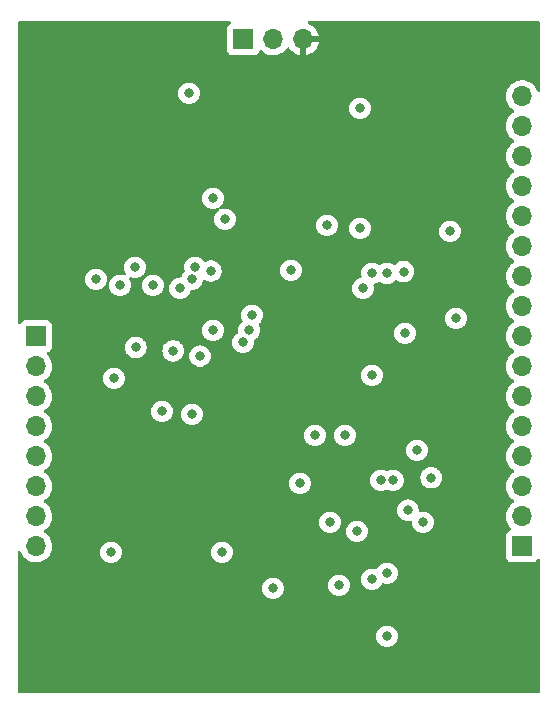
<source format=gbr>
%TF.GenerationSoftware,KiCad,Pcbnew,(6.0.0-0)*%
%TF.CreationDate,2022-03-20T10:25:08-04:00*%
%TF.ProjectId,ADC-Decoder-Controller,4144432d-4465-4636-9f64-65722d436f6e,rev?*%
%TF.SameCoordinates,Original*%
%TF.FileFunction,Copper,L3,Inr*%
%TF.FilePolarity,Positive*%
%FSLAX46Y46*%
G04 Gerber Fmt 4.6, Leading zero omitted, Abs format (unit mm)*
G04 Created by KiCad (PCBNEW (6.0.0-0)) date 2022-03-20 10:25:08*
%MOMM*%
%LPD*%
G01*
G04 APERTURE LIST*
%TA.AperFunction,ComponentPad*%
%ADD10R,1.700000X1.700000*%
%TD*%
%TA.AperFunction,ComponentPad*%
%ADD11O,1.700000X1.700000*%
%TD*%
%TA.AperFunction,ViaPad*%
%ADD12C,0.800000*%
%TD*%
G04 APERTURE END LIST*
D10*
%TO.N,~{OE}*%
%TO.C,J3*%
X107203000Y-69850000D03*
D11*
%TO.N,GND*%
X109743000Y-69850000D03*
%TO.N,+5V*%
X112283000Y-69850000D03*
%TD*%
D10*
%TO.N,~{A0_0}*%
%TO.C,J2*%
X130810000Y-112781000D03*
D11*
%TO.N,~{A0_1}*%
X130810000Y-110241000D03*
%TO.N,~{A0_2}*%
X130810000Y-107701000D03*
%TO.N,~{A0_GS}*%
X130810000Y-105161000D03*
%TO.N,~{A1_0}*%
X130810000Y-102621000D03*
%TO.N,~{A1_1}*%
X130810000Y-100081000D03*
%TO.N,~{A1_2}*%
X130810000Y-97541000D03*
%TO.N,~{A1_GS}*%
X130810000Y-95001000D03*
%TO.N,~{A2_0}*%
X130810000Y-92461000D03*
%TO.N,~{A2_1}*%
X130810000Y-89921000D03*
%TO.N,~{A2_2}*%
X130810000Y-87381000D03*
%TO.N,~{A2_GS}*%
X130810000Y-84841000D03*
%TO.N,~{A3_0}*%
X130810000Y-82301000D03*
%TO.N,~{A3_1}*%
X130810000Y-79761000D03*
%TO.N,~{A3_2}*%
X130810000Y-77221000D03*
%TO.N,~{A3_GS}*%
X130810000Y-74681000D03*
%TD*%
D10*
%TO.N,BUS0*%
%TO.C,J1*%
X89662000Y-94996000D03*
D11*
%TO.N,BUS1*%
X89662000Y-97536000D03*
%TO.N,BUS2*%
X89662000Y-100076000D03*
%TO.N,BUS3*%
X89662000Y-102616000D03*
%TO.N,BUS4*%
X89662000Y-105156000D03*
%TO.N,BUS5*%
X89662000Y-107696000D03*
%TO.N,BUS6*%
X89662000Y-110236000D03*
%TO.N,BUS7*%
X89662000Y-112776000D03*
%TD*%
D12*
%TO.N,~{ACTIVE}*%
X104648000Y-83312000D03*
X114300000Y-85598000D03*
%TO.N,D3*%
X105664000Y-85090000D03*
X104463320Y-89468721D03*
%TO.N,D2*%
X103546173Y-96678011D03*
X107188000Y-95504000D03*
%TO.N,D1*%
X107696000Y-94488000D03*
X101268184Y-96228500D03*
%TO.N,D0*%
X107945701Y-93222299D03*
X98109000Y-95947000D03*
%TO.N,~{A0_1}*%
X118110000Y-115570000D03*
%TO.N,~{A0_2}*%
X112014000Y-107442000D03*
%TO.N,~{A0_GS}*%
X119380000Y-89666299D03*
%TO.N,~{A1_1}*%
X122428000Y-110744000D03*
X116840000Y-111506000D03*
%TO.N,~{A1_2}*%
X113284000Y-103378000D03*
X123113500Y-106976500D03*
%TO.N,~{A1_GS}*%
X118110000Y-89662000D03*
X125222000Y-93472000D03*
%TO.N,~{A2_1}*%
X121150587Y-109721723D03*
X114554000Y-110744000D03*
%TO.N,~{A2_2}*%
X121920000Y-104648000D03*
X115824000Y-103378000D03*
%TO.N,~{A2_GS}*%
X124714000Y-86106000D03*
X117094000Y-85852000D03*
%TO.N,~{OE}*%
X100330000Y-101346000D03*
X102870000Y-101600000D03*
%TO.N,GND*%
X117094000Y-75692000D03*
X119888000Y-107188000D03*
X120904000Y-94742000D03*
X96266000Y-98552000D03*
X109728000Y-116332000D03*
X119380000Y-120396000D03*
X102616000Y-74422000D03*
X105410000Y-113284000D03*
X98044000Y-89154000D03*
X118110000Y-98298000D03*
X104648000Y-94488000D03*
X96012000Y-113284000D03*
X111252000Y-89408000D03*
X94742000Y-90170000D03*
%TO.N,+5V*%
X102870000Y-100330000D03*
X109734079Y-86068475D03*
X110570333Y-92926500D03*
X109728000Y-111506000D03*
X111760000Y-98298000D03*
X94742000Y-85598000D03*
%TO.N,Net-(U1-Pad6)*%
X96774000Y-90678000D03*
X115316000Y-116078000D03*
%TO.N,Net-(U1-Pad8)*%
X119380000Y-115062000D03*
X99568000Y-90678000D03*
%TO.N,Net-(U2-Pad6)*%
X118872000Y-107188000D03*
X101854000Y-90932000D03*
%TO.N,Net-(U3-Pad7)*%
X102870000Y-90170000D03*
X117348000Y-90932000D03*
%TO.N,Net-(U3-Pad9)*%
X120781299Y-89530701D03*
X103124000Y-89154000D03*
%TD*%
%TA.AperFunction,Conductor*%
%TO.N,+5V*%
G36*
X106094260Y-68346002D02*
G01*
X106140753Y-68399658D01*
X106150857Y-68469932D01*
X106121363Y-68534512D01*
X106101705Y-68552825D01*
X105989739Y-68636739D01*
X105902385Y-68753295D01*
X105851255Y-68889684D01*
X105844500Y-68951866D01*
X105844500Y-70748134D01*
X105851255Y-70810316D01*
X105902385Y-70946705D01*
X105989739Y-71063261D01*
X106106295Y-71150615D01*
X106242684Y-71201745D01*
X106304866Y-71208500D01*
X108101134Y-71208500D01*
X108163316Y-71201745D01*
X108299705Y-71150615D01*
X108416261Y-71063261D01*
X108503615Y-70946705D01*
X108525799Y-70887529D01*
X108547598Y-70829382D01*
X108590240Y-70772618D01*
X108656802Y-70747918D01*
X108726150Y-70763126D01*
X108760817Y-70791114D01*
X108789250Y-70823938D01*
X108961126Y-70966632D01*
X109154000Y-71079338D01*
X109362692Y-71159030D01*
X109367760Y-71160061D01*
X109367763Y-71160062D01*
X109462862Y-71179410D01*
X109581597Y-71203567D01*
X109586772Y-71203757D01*
X109586774Y-71203757D01*
X109799673Y-71211564D01*
X109799677Y-71211564D01*
X109804837Y-71211753D01*
X109809957Y-71211097D01*
X109809959Y-71211097D01*
X110021288Y-71184025D01*
X110021289Y-71184025D01*
X110026416Y-71183368D01*
X110031366Y-71181883D01*
X110235429Y-71120661D01*
X110235434Y-71120659D01*
X110240384Y-71119174D01*
X110440994Y-71020896D01*
X110622860Y-70891173D01*
X110781096Y-70733489D01*
X110911453Y-70552077D01*
X110912640Y-70552930D01*
X110959960Y-70509362D01*
X111029897Y-70497145D01*
X111095338Y-70524678D01*
X111123166Y-70556511D01*
X111180694Y-70650388D01*
X111186777Y-70658699D01*
X111326213Y-70819667D01*
X111333580Y-70826883D01*
X111497434Y-70962916D01*
X111505881Y-70968831D01*
X111689756Y-71076279D01*
X111699042Y-71080729D01*
X111898001Y-71156703D01*
X111907899Y-71159579D01*
X112011250Y-71180606D01*
X112025299Y-71179410D01*
X112029000Y-71169065D01*
X112029000Y-71168517D01*
X112537000Y-71168517D01*
X112541064Y-71182359D01*
X112554478Y-71184393D01*
X112561184Y-71183534D01*
X112571262Y-71181392D01*
X112775255Y-71120191D01*
X112784842Y-71116433D01*
X112976095Y-71022739D01*
X112984945Y-71017464D01*
X113158328Y-70893792D01*
X113166200Y-70887139D01*
X113317052Y-70736812D01*
X113323730Y-70728965D01*
X113448003Y-70556020D01*
X113453313Y-70547183D01*
X113547670Y-70356267D01*
X113551469Y-70346672D01*
X113613377Y-70142910D01*
X113615555Y-70132837D01*
X113616986Y-70121962D01*
X113614775Y-70107778D01*
X113601617Y-70104000D01*
X112555115Y-70104000D01*
X112539876Y-70108475D01*
X112538671Y-70109865D01*
X112537000Y-70117548D01*
X112537000Y-71168517D01*
X112029000Y-71168517D01*
X112029000Y-69722000D01*
X112049002Y-69653879D01*
X112102658Y-69607386D01*
X112155000Y-69596000D01*
X113601344Y-69596000D01*
X113614875Y-69592027D01*
X113616180Y-69582947D01*
X113574214Y-69415875D01*
X113570894Y-69406124D01*
X113485972Y-69210814D01*
X113481105Y-69201739D01*
X113365426Y-69022926D01*
X113359136Y-69014757D01*
X113215806Y-68857240D01*
X113208273Y-68850215D01*
X113041139Y-68718222D01*
X113032552Y-68712517D01*
X112846117Y-68609599D01*
X112836705Y-68605368D01*
X112739011Y-68570773D01*
X112681474Y-68529179D01*
X112655559Y-68463081D01*
X112669493Y-68393465D01*
X112718852Y-68342434D01*
X112781071Y-68326000D01*
X132208000Y-68326000D01*
X132276121Y-68346002D01*
X132322614Y-68399658D01*
X132334000Y-68452000D01*
X132334000Y-74173106D01*
X132313998Y-74241227D01*
X132260342Y-74287720D01*
X132190068Y-74297824D01*
X132125488Y-74268330D01*
X132092451Y-74223349D01*
X132017269Y-74050444D01*
X132011354Y-74036840D01*
X131916860Y-73890774D01*
X131892822Y-73853617D01*
X131892820Y-73853614D01*
X131890014Y-73849277D01*
X131739670Y-73684051D01*
X131735619Y-73680852D01*
X131735615Y-73680848D01*
X131568414Y-73548800D01*
X131568410Y-73548798D01*
X131564359Y-73545598D01*
X131368789Y-73437638D01*
X131363920Y-73435914D01*
X131363916Y-73435912D01*
X131163087Y-73364795D01*
X131163083Y-73364794D01*
X131158212Y-73363069D01*
X131153119Y-73362162D01*
X131153116Y-73362161D01*
X130943373Y-73324800D01*
X130943367Y-73324799D01*
X130938284Y-73323894D01*
X130864452Y-73322992D01*
X130720081Y-73321228D01*
X130720079Y-73321228D01*
X130714911Y-73321165D01*
X130494091Y-73354955D01*
X130281756Y-73424357D01*
X130251443Y-73440137D01*
X130107879Y-73514872D01*
X130083607Y-73527507D01*
X130079474Y-73530610D01*
X130079471Y-73530612D01*
X129949500Y-73628197D01*
X129904965Y-73661635D01*
X129750629Y-73823138D01*
X129624743Y-74007680D01*
X129530688Y-74210305D01*
X129470989Y-74425570D01*
X129447251Y-74647695D01*
X129447548Y-74652848D01*
X129447548Y-74652851D01*
X129459812Y-74865547D01*
X129460110Y-74870715D01*
X129461247Y-74875761D01*
X129461248Y-74875767D01*
X129481100Y-74963852D01*
X129509222Y-75088639D01*
X129593266Y-75295616D01*
X129709987Y-75486088D01*
X129856250Y-75654938D01*
X130028126Y-75797632D01*
X130098595Y-75838811D01*
X130101445Y-75840476D01*
X130150169Y-75892114D01*
X130163240Y-75961897D01*
X130136509Y-76027669D01*
X130096055Y-76061027D01*
X130083607Y-76067507D01*
X130079474Y-76070610D01*
X130079471Y-76070612D01*
X130055247Y-76088800D01*
X129904965Y-76201635D01*
X129750629Y-76363138D01*
X129747715Y-76367410D01*
X129747714Y-76367411D01*
X129735404Y-76385457D01*
X129624743Y-76547680D01*
X129530688Y-76750305D01*
X129470989Y-76965570D01*
X129447251Y-77187695D01*
X129460110Y-77410715D01*
X129461247Y-77415761D01*
X129461248Y-77415767D01*
X129482275Y-77509069D01*
X129509222Y-77628639D01*
X129593266Y-77835616D01*
X129709987Y-78026088D01*
X129856250Y-78194938D01*
X130028126Y-78337632D01*
X130098595Y-78378811D01*
X130101445Y-78380476D01*
X130150169Y-78432114D01*
X130163240Y-78501897D01*
X130136509Y-78567669D01*
X130096055Y-78601027D01*
X130083607Y-78607507D01*
X130079474Y-78610610D01*
X130079471Y-78610612D01*
X130055247Y-78628800D01*
X129904965Y-78741635D01*
X129750629Y-78903138D01*
X129624743Y-79087680D01*
X129530688Y-79290305D01*
X129470989Y-79505570D01*
X129447251Y-79727695D01*
X129460110Y-79950715D01*
X129461247Y-79955761D01*
X129461248Y-79955767D01*
X129482275Y-80049069D01*
X129509222Y-80168639D01*
X129593266Y-80375616D01*
X129709987Y-80566088D01*
X129856250Y-80734938D01*
X130028126Y-80877632D01*
X130098595Y-80918811D01*
X130101445Y-80920476D01*
X130150169Y-80972114D01*
X130163240Y-81041897D01*
X130136509Y-81107669D01*
X130096055Y-81141027D01*
X130083607Y-81147507D01*
X130079474Y-81150610D01*
X130079471Y-81150612D01*
X130055247Y-81168800D01*
X129904965Y-81281635D01*
X129750629Y-81443138D01*
X129624743Y-81627680D01*
X129530688Y-81830305D01*
X129470989Y-82045570D01*
X129447251Y-82267695D01*
X129447548Y-82272848D01*
X129447548Y-82272851D01*
X129459812Y-82485547D01*
X129460110Y-82490715D01*
X129461247Y-82495761D01*
X129461248Y-82495767D01*
X129467783Y-82524763D01*
X129509222Y-82708639D01*
X129593266Y-82915616D01*
X129709987Y-83106088D01*
X129856250Y-83274938D01*
X130028126Y-83417632D01*
X130098595Y-83458811D01*
X130101445Y-83460476D01*
X130150169Y-83512114D01*
X130163240Y-83581897D01*
X130136509Y-83647669D01*
X130096055Y-83681027D01*
X130083607Y-83687507D01*
X130079474Y-83690610D01*
X130079471Y-83690612D01*
X130055247Y-83708800D01*
X129904965Y-83821635D01*
X129750629Y-83983138D01*
X129747715Y-83987410D01*
X129747714Y-83987411D01*
X129735404Y-84005457D01*
X129624743Y-84167680D01*
X129530688Y-84370305D01*
X129470989Y-84585570D01*
X129447251Y-84807695D01*
X129447548Y-84812848D01*
X129447548Y-84812851D01*
X129459812Y-85025547D01*
X129460110Y-85030715D01*
X129461247Y-85035761D01*
X129461248Y-85035767D01*
X129474950Y-85096565D01*
X129509222Y-85248639D01*
X129547461Y-85342811D01*
X129573961Y-85408072D01*
X129593266Y-85455616D01*
X129595965Y-85460020D01*
X129698256Y-85626944D01*
X129709987Y-85646088D01*
X129856250Y-85814938D01*
X130028126Y-85957632D01*
X130095716Y-85997128D01*
X130101445Y-86000476D01*
X130150169Y-86052114D01*
X130163240Y-86121897D01*
X130136509Y-86187669D01*
X130096055Y-86221027D01*
X130083607Y-86227507D01*
X130079474Y-86230610D01*
X130079471Y-86230612D01*
X129984117Y-86302206D01*
X129904965Y-86361635D01*
X129901393Y-86365373D01*
X129803162Y-86468166D01*
X129750629Y-86523138D01*
X129747715Y-86527410D01*
X129747714Y-86527411D01*
X129735404Y-86545457D01*
X129624743Y-86707680D01*
X129609003Y-86741590D01*
X129538611Y-86893237D01*
X129530688Y-86910305D01*
X129470989Y-87125570D01*
X129447251Y-87347695D01*
X129460110Y-87570715D01*
X129461247Y-87575761D01*
X129461248Y-87575767D01*
X129482275Y-87669069D01*
X129509222Y-87788639D01*
X129593266Y-87995616D01*
X129709987Y-88186088D01*
X129856250Y-88354938D01*
X130028126Y-88497632D01*
X130033671Y-88500872D01*
X130101445Y-88540476D01*
X130150169Y-88592114D01*
X130163240Y-88661897D01*
X130136509Y-88727669D01*
X130096055Y-88761027D01*
X130083607Y-88767507D01*
X130079474Y-88770610D01*
X130079471Y-88770612D01*
X129935029Y-88879062D01*
X129904965Y-88901635D01*
X129750629Y-89063138D01*
X129624743Y-89247680D01*
X129604893Y-89290444D01*
X129551254Y-89406000D01*
X129530688Y-89450305D01*
X129470989Y-89665570D01*
X129447251Y-89887695D01*
X129447548Y-89892848D01*
X129447548Y-89892851D01*
X129457627Y-90067645D01*
X129460110Y-90110715D01*
X129461247Y-90115761D01*
X129461248Y-90115767D01*
X129474052Y-90172580D01*
X129509222Y-90328639D01*
X129559767Y-90453118D01*
X129573961Y-90488072D01*
X129593266Y-90535616D01*
X129595965Y-90540020D01*
X129698256Y-90706944D01*
X129709987Y-90726088D01*
X129856250Y-90894938D01*
X130028126Y-91037632D01*
X130090091Y-91073841D01*
X130101445Y-91080476D01*
X130150169Y-91132114D01*
X130163240Y-91201897D01*
X130136509Y-91267669D01*
X130096055Y-91301027D01*
X130083607Y-91307507D01*
X130079474Y-91310610D01*
X130079471Y-91310612D01*
X130012695Y-91360749D01*
X129904965Y-91441635D01*
X129901393Y-91445373D01*
X129803162Y-91548166D01*
X129750629Y-91603138D01*
X129747715Y-91607410D01*
X129747714Y-91607411D01*
X129735404Y-91625457D01*
X129624743Y-91787680D01*
X129530688Y-91990305D01*
X129470989Y-92205570D01*
X129447251Y-92427695D01*
X129447548Y-92432848D01*
X129447548Y-92432851D01*
X129459812Y-92645547D01*
X129460110Y-92650715D01*
X129461247Y-92655761D01*
X129461248Y-92655767D01*
X129469205Y-92691073D01*
X129509222Y-92868639D01*
X129593266Y-93075616D01*
X129709987Y-93266088D01*
X129856250Y-93434938D01*
X130028126Y-93577632D01*
X130065682Y-93599578D01*
X130101445Y-93620476D01*
X130150169Y-93672114D01*
X130163240Y-93741897D01*
X130136509Y-93807669D01*
X130096055Y-93841027D01*
X130083607Y-93847507D01*
X130079474Y-93850610D01*
X130079471Y-93850612D01*
X129909100Y-93978530D01*
X129904965Y-93981635D01*
X129750629Y-94143138D01*
X129747715Y-94147410D01*
X129747714Y-94147411D01*
X129735404Y-94165457D01*
X129624743Y-94327680D01*
X129609003Y-94361590D01*
X129553373Y-94481435D01*
X129530688Y-94530305D01*
X129470989Y-94745570D01*
X129447251Y-94967695D01*
X129447548Y-94972848D01*
X129447548Y-94972851D01*
X129457947Y-95153197D01*
X129460110Y-95190715D01*
X129461247Y-95195761D01*
X129461248Y-95195767D01*
X129480033Y-95279118D01*
X129509222Y-95408639D01*
X129593266Y-95615616D01*
X129643306Y-95697274D01*
X129687573Y-95769511D01*
X129709987Y-95806088D01*
X129856250Y-95974938D01*
X130028126Y-96117632D01*
X130071891Y-96143206D01*
X130101445Y-96160476D01*
X130150169Y-96212114D01*
X130163240Y-96281897D01*
X130136509Y-96347669D01*
X130096055Y-96381027D01*
X130083607Y-96387507D01*
X130079474Y-96390610D01*
X130079471Y-96390612D01*
X129940911Y-96494646D01*
X129904965Y-96521635D01*
X129901393Y-96525373D01*
X129810053Y-96620955D01*
X129750629Y-96683138D01*
X129747715Y-96687410D01*
X129747714Y-96687411D01*
X129736209Y-96704277D01*
X129624743Y-96867680D01*
X129604519Y-96911249D01*
X129535184Y-97060620D01*
X129530688Y-97070305D01*
X129470989Y-97285570D01*
X129447251Y-97507695D01*
X129447548Y-97512848D01*
X129447548Y-97512851D01*
X129459812Y-97725547D01*
X129460110Y-97730715D01*
X129461247Y-97735761D01*
X129461248Y-97735767D01*
X129482265Y-97829023D01*
X129509222Y-97948639D01*
X129547316Y-98042453D01*
X129573961Y-98108072D01*
X129593266Y-98155616D01*
X129709987Y-98346088D01*
X129856250Y-98514938D01*
X129931213Y-98577173D01*
X130018123Y-98649327D01*
X130028126Y-98657632D01*
X130092889Y-98695476D01*
X130101445Y-98700476D01*
X130150169Y-98752114D01*
X130163240Y-98821897D01*
X130136509Y-98887669D01*
X130096055Y-98921027D01*
X130083607Y-98927507D01*
X130079474Y-98930610D01*
X130079471Y-98930612D01*
X129911624Y-99056635D01*
X129904965Y-99061635D01*
X129901393Y-99065373D01*
X129803162Y-99168166D01*
X129750629Y-99223138D01*
X129747715Y-99227410D01*
X129747714Y-99227411D01*
X129738815Y-99240457D01*
X129624743Y-99407680D01*
X129609003Y-99441590D01*
X129535184Y-99600620D01*
X129530688Y-99610305D01*
X129470989Y-99825570D01*
X129447251Y-100047695D01*
X129447548Y-100052848D01*
X129447548Y-100052851D01*
X129452914Y-100145908D01*
X129460110Y-100270715D01*
X129461247Y-100275761D01*
X129461248Y-100275767D01*
X129482265Y-100369023D01*
X129509222Y-100488639D01*
X129593266Y-100695616D01*
X129595965Y-100700020D01*
X129665054Y-100812763D01*
X129709987Y-100886088D01*
X129856250Y-101054938D01*
X129931213Y-101117173D01*
X130018123Y-101189327D01*
X130028126Y-101197632D01*
X130071061Y-101222721D01*
X130101445Y-101240476D01*
X130150169Y-101292114D01*
X130163240Y-101361897D01*
X130136509Y-101427669D01*
X130096055Y-101461027D01*
X130083607Y-101467507D01*
X130079474Y-101470610D01*
X130079471Y-101470612D01*
X129911624Y-101596635D01*
X129904965Y-101601635D01*
X129750629Y-101763138D01*
X129747715Y-101767410D01*
X129747714Y-101767411D01*
X129672803Y-101877226D01*
X129624743Y-101947680D01*
X129611004Y-101977279D01*
X129534612Y-102141852D01*
X129530688Y-102150305D01*
X129470989Y-102365570D01*
X129447251Y-102587695D01*
X129447548Y-102592848D01*
X129447548Y-102592851D01*
X129459812Y-102805547D01*
X129460110Y-102810715D01*
X129461247Y-102815761D01*
X129461248Y-102815767D01*
X129482265Y-102909023D01*
X129509222Y-103028639D01*
X129547316Y-103122453D01*
X129573961Y-103188072D01*
X129593266Y-103235616D01*
X129709987Y-103426088D01*
X129856250Y-103594938D01*
X129931213Y-103657173D01*
X130018123Y-103729327D01*
X130028126Y-103737632D01*
X130092889Y-103775476D01*
X130101445Y-103780476D01*
X130150169Y-103832114D01*
X130163240Y-103901897D01*
X130136509Y-103967669D01*
X130096055Y-104001027D01*
X130083607Y-104007507D01*
X130079474Y-104010610D01*
X130079471Y-104010612D01*
X129911624Y-104136635D01*
X129904965Y-104141635D01*
X129901393Y-104145373D01*
X129803162Y-104248166D01*
X129750629Y-104303138D01*
X129624743Y-104487680D01*
X129609003Y-104521590D01*
X129535184Y-104680620D01*
X129530688Y-104690305D01*
X129470989Y-104905570D01*
X129447251Y-105127695D01*
X129447548Y-105132848D01*
X129447548Y-105132851D01*
X129452914Y-105225908D01*
X129460110Y-105350715D01*
X129461247Y-105355761D01*
X129461248Y-105355767D01*
X129482265Y-105449023D01*
X129509222Y-105568639D01*
X129593266Y-105775616D01*
X129709987Y-105966088D01*
X129856250Y-106134938D01*
X129931213Y-106197173D01*
X130018123Y-106269327D01*
X130028126Y-106277632D01*
X130070760Y-106302545D01*
X130101445Y-106320476D01*
X130150169Y-106372114D01*
X130163240Y-106441897D01*
X130136509Y-106507669D01*
X130096055Y-106541027D01*
X130083607Y-106547507D01*
X130079474Y-106550610D01*
X130079471Y-106550612D01*
X129911624Y-106676635D01*
X129904965Y-106681635D01*
X129750629Y-106843138D01*
X129624743Y-107027680D01*
X129609003Y-107061590D01*
X129535184Y-107220620D01*
X129530688Y-107230305D01*
X129470989Y-107445570D01*
X129447251Y-107667695D01*
X129447548Y-107672848D01*
X129447548Y-107672851D01*
X129452914Y-107765908D01*
X129460110Y-107890715D01*
X129461247Y-107895761D01*
X129461248Y-107895767D01*
X129482265Y-107989023D01*
X129509222Y-108108639D01*
X129593266Y-108315616D01*
X129709987Y-108506088D01*
X129856250Y-108674938D01*
X129931213Y-108737173D01*
X130018123Y-108809327D01*
X130028126Y-108817632D01*
X130086182Y-108851557D01*
X130101445Y-108860476D01*
X130150169Y-108912114D01*
X130163240Y-108981897D01*
X130136509Y-109047669D01*
X130096055Y-109081027D01*
X130083607Y-109087507D01*
X130079474Y-109090610D01*
X130079471Y-109090612D01*
X129911624Y-109216635D01*
X129904965Y-109221635D01*
X129750629Y-109383138D01*
X129624743Y-109567680D01*
X129609003Y-109601590D01*
X129535184Y-109760620D01*
X129530688Y-109770305D01*
X129470989Y-109985570D01*
X129447251Y-110207695D01*
X129447548Y-110212848D01*
X129447548Y-110212851D01*
X129458090Y-110395678D01*
X129460110Y-110430715D01*
X129461247Y-110435761D01*
X129461248Y-110435767D01*
X129482265Y-110529023D01*
X129509222Y-110648639D01*
X129593266Y-110855616D01*
X129709987Y-111046088D01*
X129856250Y-111214938D01*
X129860230Y-111218242D01*
X129864981Y-111222187D01*
X129904616Y-111281090D01*
X129906113Y-111352071D01*
X129868997Y-111412593D01*
X129828724Y-111437112D01*
X129713295Y-111480385D01*
X129596739Y-111567739D01*
X129509385Y-111684295D01*
X129458255Y-111820684D01*
X129451500Y-111882866D01*
X129451500Y-113679134D01*
X129458255Y-113741316D01*
X129509385Y-113877705D01*
X129596739Y-113994261D01*
X129713295Y-114081615D01*
X129849684Y-114132745D01*
X129911866Y-114139500D01*
X131708134Y-114139500D01*
X131770316Y-114132745D01*
X131906705Y-114081615D01*
X132023261Y-113994261D01*
X132107175Y-113882296D01*
X132164033Y-113839781D01*
X132234852Y-113834755D01*
X132297145Y-113868815D01*
X132331135Y-113931146D01*
X132334000Y-113957861D01*
X132334000Y-125096000D01*
X132313998Y-125164121D01*
X132260342Y-125210614D01*
X132208000Y-125222000D01*
X88264000Y-125222000D01*
X88195879Y-125201998D01*
X88149386Y-125148342D01*
X88138000Y-125096000D01*
X88138000Y-120396000D01*
X118466496Y-120396000D01*
X118486458Y-120585928D01*
X118545473Y-120767556D01*
X118640960Y-120932944D01*
X118768747Y-121074866D01*
X118923248Y-121187118D01*
X118929276Y-121189802D01*
X118929278Y-121189803D01*
X119091681Y-121262109D01*
X119097712Y-121264794D01*
X119191113Y-121284647D01*
X119278056Y-121303128D01*
X119278061Y-121303128D01*
X119284513Y-121304500D01*
X119475487Y-121304500D01*
X119481939Y-121303128D01*
X119481944Y-121303128D01*
X119568887Y-121284647D01*
X119662288Y-121264794D01*
X119668319Y-121262109D01*
X119830722Y-121189803D01*
X119830724Y-121189802D01*
X119836752Y-121187118D01*
X119991253Y-121074866D01*
X120119040Y-120932944D01*
X120214527Y-120767556D01*
X120273542Y-120585928D01*
X120293504Y-120396000D01*
X120273542Y-120206072D01*
X120214527Y-120024444D01*
X120119040Y-119859056D01*
X119991253Y-119717134D01*
X119836752Y-119604882D01*
X119830724Y-119602198D01*
X119830722Y-119602197D01*
X119668319Y-119529891D01*
X119668318Y-119529891D01*
X119662288Y-119527206D01*
X119568887Y-119507353D01*
X119481944Y-119488872D01*
X119481939Y-119488872D01*
X119475487Y-119487500D01*
X119284513Y-119487500D01*
X119278061Y-119488872D01*
X119278056Y-119488872D01*
X119191113Y-119507353D01*
X119097712Y-119527206D01*
X119091682Y-119529891D01*
X119091681Y-119529891D01*
X118929278Y-119602197D01*
X118929276Y-119602198D01*
X118923248Y-119604882D01*
X118768747Y-119717134D01*
X118640960Y-119859056D01*
X118545473Y-120024444D01*
X118486458Y-120206072D01*
X118466496Y-120396000D01*
X88138000Y-120396000D01*
X88138000Y-116332000D01*
X108814496Y-116332000D01*
X108815186Y-116338565D01*
X108829894Y-116478500D01*
X108834458Y-116521928D01*
X108893473Y-116703556D01*
X108988960Y-116868944D01*
X109116747Y-117010866D01*
X109271248Y-117123118D01*
X109277276Y-117125802D01*
X109277278Y-117125803D01*
X109439681Y-117198109D01*
X109445712Y-117200794D01*
X109539112Y-117220647D01*
X109626056Y-117239128D01*
X109626061Y-117239128D01*
X109632513Y-117240500D01*
X109823487Y-117240500D01*
X109829939Y-117239128D01*
X109829944Y-117239128D01*
X109916888Y-117220647D01*
X110010288Y-117200794D01*
X110016319Y-117198109D01*
X110178722Y-117125803D01*
X110178724Y-117125802D01*
X110184752Y-117123118D01*
X110339253Y-117010866D01*
X110467040Y-116868944D01*
X110562527Y-116703556D01*
X110621542Y-116521928D01*
X110626107Y-116478500D01*
X110640814Y-116338565D01*
X110641504Y-116332000D01*
X110634080Y-116261365D01*
X110622232Y-116148635D01*
X110622232Y-116148633D01*
X110621542Y-116142072D01*
X110600724Y-116078000D01*
X114402496Y-116078000D01*
X114403186Y-116084565D01*
X114420863Y-116252749D01*
X114422458Y-116267928D01*
X114481473Y-116449556D01*
X114576960Y-116614944D01*
X114581378Y-116619851D01*
X114581379Y-116619852D01*
X114700325Y-116751955D01*
X114704747Y-116756866D01*
X114859248Y-116869118D01*
X114865276Y-116871802D01*
X114865278Y-116871803D01*
X115027681Y-116944109D01*
X115033712Y-116946794D01*
X115127112Y-116966647D01*
X115214056Y-116985128D01*
X115214061Y-116985128D01*
X115220513Y-116986500D01*
X115411487Y-116986500D01*
X115417939Y-116985128D01*
X115417944Y-116985128D01*
X115504888Y-116966647D01*
X115598288Y-116946794D01*
X115604319Y-116944109D01*
X115766722Y-116871803D01*
X115766724Y-116871802D01*
X115772752Y-116869118D01*
X115927253Y-116756866D01*
X115931675Y-116751955D01*
X116050621Y-116619852D01*
X116050622Y-116619851D01*
X116055040Y-116614944D01*
X116150527Y-116449556D01*
X116209542Y-116267928D01*
X116211138Y-116252749D01*
X116228814Y-116084565D01*
X116229504Y-116078000D01*
X116218888Y-115976990D01*
X116210232Y-115894635D01*
X116210232Y-115894633D01*
X116209542Y-115888072D01*
X116150527Y-115706444D01*
X116071751Y-115570000D01*
X117196496Y-115570000D01*
X117197186Y-115576565D01*
X117214863Y-115744749D01*
X117216458Y-115759928D01*
X117275473Y-115941556D01*
X117370960Y-116106944D01*
X117375378Y-116111851D01*
X117375379Y-116111852D01*
X117402589Y-116142072D01*
X117498747Y-116248866D01*
X117597843Y-116320864D01*
X117622207Y-116338565D01*
X117653248Y-116361118D01*
X117659276Y-116363802D01*
X117659278Y-116363803D01*
X117821681Y-116436109D01*
X117827712Y-116438794D01*
X117921113Y-116458647D01*
X118008056Y-116477128D01*
X118008061Y-116477128D01*
X118014513Y-116478500D01*
X118205487Y-116478500D01*
X118211939Y-116477128D01*
X118211944Y-116477128D01*
X118298887Y-116458647D01*
X118392288Y-116438794D01*
X118398319Y-116436109D01*
X118560722Y-116363803D01*
X118560724Y-116363802D01*
X118566752Y-116361118D01*
X118597794Y-116338565D01*
X118622157Y-116320864D01*
X118721253Y-116248866D01*
X118817411Y-116142072D01*
X118844621Y-116111852D01*
X118844622Y-116111851D01*
X118849040Y-116106944D01*
X118924069Y-115976990D01*
X118975451Y-115927997D01*
X119045165Y-115914561D01*
X119084438Y-115924884D01*
X119091676Y-115928107D01*
X119091679Y-115928108D01*
X119097712Y-115930794D01*
X119118775Y-115935271D01*
X119278056Y-115969128D01*
X119278061Y-115969128D01*
X119284513Y-115970500D01*
X119475487Y-115970500D01*
X119481939Y-115969128D01*
X119481944Y-115969128D01*
X119568888Y-115950647D01*
X119662288Y-115930794D01*
X119668323Y-115928107D01*
X119830722Y-115855803D01*
X119830724Y-115855802D01*
X119836752Y-115853118D01*
X119991253Y-115740866D01*
X120070247Y-115653134D01*
X120114621Y-115603852D01*
X120114622Y-115603851D01*
X120119040Y-115598944D01*
X120214527Y-115433556D01*
X120273542Y-115251928D01*
X120278177Y-115207834D01*
X120292814Y-115068565D01*
X120293504Y-115062000D01*
X120276062Y-114896045D01*
X120274232Y-114878635D01*
X120274232Y-114878633D01*
X120273542Y-114872072D01*
X120214527Y-114690444D01*
X120119040Y-114525056D01*
X119991253Y-114383134D01*
X119836752Y-114270882D01*
X119830724Y-114268198D01*
X119830722Y-114268197D01*
X119668319Y-114195891D01*
X119668318Y-114195891D01*
X119662288Y-114193206D01*
X119568887Y-114173353D01*
X119481944Y-114154872D01*
X119481939Y-114154872D01*
X119475487Y-114153500D01*
X119284513Y-114153500D01*
X119278061Y-114154872D01*
X119278056Y-114154872D01*
X119191113Y-114173353D01*
X119097712Y-114193206D01*
X119091682Y-114195891D01*
X119091681Y-114195891D01*
X118929278Y-114268197D01*
X118929276Y-114268198D01*
X118923248Y-114270882D01*
X118768747Y-114383134D01*
X118640960Y-114525056D01*
X118637659Y-114530774D01*
X118565931Y-114655010D01*
X118514549Y-114704003D01*
X118444835Y-114717439D01*
X118405562Y-114707116D01*
X118398324Y-114703893D01*
X118398321Y-114703892D01*
X118392288Y-114701206D01*
X118314733Y-114684721D01*
X118211944Y-114662872D01*
X118211939Y-114662872D01*
X118205487Y-114661500D01*
X118014513Y-114661500D01*
X118008061Y-114662872D01*
X118008056Y-114662872D01*
X117921113Y-114681353D01*
X117827712Y-114701206D01*
X117821682Y-114703891D01*
X117821681Y-114703891D01*
X117659278Y-114776197D01*
X117659276Y-114776198D01*
X117653248Y-114778882D01*
X117498747Y-114891134D01*
X117370960Y-115033056D01*
X117275473Y-115198444D01*
X117216458Y-115380072D01*
X117215768Y-115386633D01*
X117215768Y-115386635D01*
X117207720Y-115463206D01*
X117196496Y-115570000D01*
X116071751Y-115570000D01*
X116055040Y-115541056D01*
X115927253Y-115399134D01*
X115772752Y-115286882D01*
X115766724Y-115284198D01*
X115766722Y-115284197D01*
X115604319Y-115211891D01*
X115604318Y-115211891D01*
X115598288Y-115209206D01*
X115504887Y-115189353D01*
X115417944Y-115170872D01*
X115417939Y-115170872D01*
X115411487Y-115169500D01*
X115220513Y-115169500D01*
X115214061Y-115170872D01*
X115214056Y-115170872D01*
X115127113Y-115189353D01*
X115033712Y-115209206D01*
X115027682Y-115211891D01*
X115027681Y-115211891D01*
X114865278Y-115284197D01*
X114865276Y-115284198D01*
X114859248Y-115286882D01*
X114704747Y-115399134D01*
X114576960Y-115541056D01*
X114481473Y-115706444D01*
X114422458Y-115888072D01*
X114421768Y-115894633D01*
X114421768Y-115894635D01*
X114413112Y-115976990D01*
X114402496Y-116078000D01*
X110600724Y-116078000D01*
X110562527Y-115960444D01*
X110467040Y-115795056D01*
X110441064Y-115766206D01*
X110343675Y-115658045D01*
X110343674Y-115658044D01*
X110339253Y-115653134D01*
X110224829Y-115570000D01*
X110190094Y-115544763D01*
X110190093Y-115544762D01*
X110184752Y-115540882D01*
X110178724Y-115538198D01*
X110178722Y-115538197D01*
X110016319Y-115465891D01*
X110016318Y-115465891D01*
X110010288Y-115463206D01*
X109897721Y-115439279D01*
X109829944Y-115424872D01*
X109829939Y-115424872D01*
X109823487Y-115423500D01*
X109632513Y-115423500D01*
X109626061Y-115424872D01*
X109626056Y-115424872D01*
X109558279Y-115439279D01*
X109445712Y-115463206D01*
X109439682Y-115465891D01*
X109439681Y-115465891D01*
X109277278Y-115538197D01*
X109277276Y-115538198D01*
X109271248Y-115540882D01*
X109265907Y-115544762D01*
X109265906Y-115544763D01*
X109231171Y-115570000D01*
X109116747Y-115653134D01*
X109112326Y-115658044D01*
X109112325Y-115658045D01*
X109014937Y-115766206D01*
X108988960Y-115795056D01*
X108893473Y-115960444D01*
X108834458Y-116142072D01*
X108833768Y-116148633D01*
X108833768Y-116148635D01*
X108821920Y-116261365D01*
X108814496Y-116332000D01*
X88138000Y-116332000D01*
X88138000Y-113279118D01*
X88158002Y-113210997D01*
X88211658Y-113164504D01*
X88281932Y-113154400D01*
X88346512Y-113183894D01*
X88380743Y-113231714D01*
X88445266Y-113390616D01*
X88561987Y-113581088D01*
X88708250Y-113749938D01*
X88880126Y-113892632D01*
X89073000Y-114005338D01*
X89281692Y-114085030D01*
X89286760Y-114086061D01*
X89286763Y-114086062D01*
X89394017Y-114107883D01*
X89500597Y-114129567D01*
X89505772Y-114129757D01*
X89505774Y-114129757D01*
X89718673Y-114137564D01*
X89718677Y-114137564D01*
X89723837Y-114137753D01*
X89728957Y-114137097D01*
X89728959Y-114137097D01*
X89940288Y-114110025D01*
X89940289Y-114110025D01*
X89945416Y-114109368D01*
X89950366Y-114107883D01*
X90154429Y-114046661D01*
X90154434Y-114046659D01*
X90159384Y-114045174D01*
X90359994Y-113946896D01*
X90541860Y-113817173D01*
X90700096Y-113659489D01*
X90759594Y-113576689D01*
X90827435Y-113482277D01*
X90830453Y-113478077D01*
X90926371Y-113284000D01*
X95098496Y-113284000D01*
X95099186Y-113290565D01*
X95110165Y-113395020D01*
X95118458Y-113473928D01*
X95177473Y-113655556D01*
X95272960Y-113820944D01*
X95277378Y-113825851D01*
X95277379Y-113825852D01*
X95388418Y-113949173D01*
X95400747Y-113962866D01*
X95555248Y-114075118D01*
X95561276Y-114077802D01*
X95561278Y-114077803D01*
X95695929Y-114137753D01*
X95729712Y-114152794D01*
X95823112Y-114172647D01*
X95910056Y-114191128D01*
X95910061Y-114191128D01*
X95916513Y-114192500D01*
X96107487Y-114192500D01*
X96113939Y-114191128D01*
X96113944Y-114191128D01*
X96200888Y-114172647D01*
X96294288Y-114152794D01*
X96328071Y-114137753D01*
X96462722Y-114077803D01*
X96462724Y-114077802D01*
X96468752Y-114075118D01*
X96623253Y-113962866D01*
X96635582Y-113949173D01*
X96746621Y-113825852D01*
X96746622Y-113825851D01*
X96751040Y-113820944D01*
X96846527Y-113655556D01*
X96905542Y-113473928D01*
X96913836Y-113395020D01*
X96924814Y-113290565D01*
X96925504Y-113284000D01*
X104496496Y-113284000D01*
X104497186Y-113290565D01*
X104508165Y-113395020D01*
X104516458Y-113473928D01*
X104575473Y-113655556D01*
X104670960Y-113820944D01*
X104675378Y-113825851D01*
X104675379Y-113825852D01*
X104786418Y-113949173D01*
X104798747Y-113962866D01*
X104953248Y-114075118D01*
X104959276Y-114077802D01*
X104959278Y-114077803D01*
X105093929Y-114137753D01*
X105127712Y-114152794D01*
X105221112Y-114172647D01*
X105308056Y-114191128D01*
X105308061Y-114191128D01*
X105314513Y-114192500D01*
X105505487Y-114192500D01*
X105511939Y-114191128D01*
X105511944Y-114191128D01*
X105598888Y-114172647D01*
X105692288Y-114152794D01*
X105726071Y-114137753D01*
X105860722Y-114077803D01*
X105860724Y-114077802D01*
X105866752Y-114075118D01*
X106021253Y-113962866D01*
X106033582Y-113949173D01*
X106144621Y-113825852D01*
X106144622Y-113825851D01*
X106149040Y-113820944D01*
X106244527Y-113655556D01*
X106303542Y-113473928D01*
X106311836Y-113395020D01*
X106322814Y-113290565D01*
X106323504Y-113284000D01*
X106303542Y-113094072D01*
X106244527Y-112912444D01*
X106149040Y-112747056D01*
X106021253Y-112605134D01*
X105866752Y-112492882D01*
X105860724Y-112490198D01*
X105860722Y-112490197D01*
X105698319Y-112417891D01*
X105698318Y-112417891D01*
X105692288Y-112415206D01*
X105598887Y-112395353D01*
X105511944Y-112376872D01*
X105511939Y-112376872D01*
X105505487Y-112375500D01*
X105314513Y-112375500D01*
X105308061Y-112376872D01*
X105308056Y-112376872D01*
X105221113Y-112395353D01*
X105127712Y-112415206D01*
X105121682Y-112417891D01*
X105121681Y-112417891D01*
X104959278Y-112490197D01*
X104959276Y-112490198D01*
X104953248Y-112492882D01*
X104798747Y-112605134D01*
X104670960Y-112747056D01*
X104575473Y-112912444D01*
X104516458Y-113094072D01*
X104496496Y-113284000D01*
X96925504Y-113284000D01*
X96905542Y-113094072D01*
X96846527Y-112912444D01*
X96751040Y-112747056D01*
X96623253Y-112605134D01*
X96468752Y-112492882D01*
X96462724Y-112490198D01*
X96462722Y-112490197D01*
X96300319Y-112417891D01*
X96300318Y-112417891D01*
X96294288Y-112415206D01*
X96200887Y-112395353D01*
X96113944Y-112376872D01*
X96113939Y-112376872D01*
X96107487Y-112375500D01*
X95916513Y-112375500D01*
X95910061Y-112376872D01*
X95910056Y-112376872D01*
X95823113Y-112395353D01*
X95729712Y-112415206D01*
X95723682Y-112417891D01*
X95723681Y-112417891D01*
X95561278Y-112490197D01*
X95561276Y-112490198D01*
X95555248Y-112492882D01*
X95400747Y-112605134D01*
X95272960Y-112747056D01*
X95177473Y-112912444D01*
X95118458Y-113094072D01*
X95098496Y-113284000D01*
X90926371Y-113284000D01*
X90929430Y-113277811D01*
X90994370Y-113064069D01*
X91023529Y-112842590D01*
X91025156Y-112776000D01*
X91006852Y-112553361D01*
X90952431Y-112336702D01*
X90863354Y-112131840D01*
X90805845Y-112042944D01*
X90744822Y-111948617D01*
X90744820Y-111948614D01*
X90742014Y-111944277D01*
X90591670Y-111779051D01*
X90587619Y-111775852D01*
X90587615Y-111775848D01*
X90420414Y-111643800D01*
X90420410Y-111643798D01*
X90416359Y-111640598D01*
X90375053Y-111617796D01*
X90325084Y-111567364D01*
X90310312Y-111497921D01*
X90335428Y-111431516D01*
X90362780Y-111404909D01*
X90429060Y-111357632D01*
X90541860Y-111277173D01*
X90597039Y-111222187D01*
X90623209Y-111196107D01*
X90700096Y-111119489D01*
X90759594Y-111036689D01*
X90827435Y-110942277D01*
X90830453Y-110938077D01*
X90873574Y-110850829D01*
X90926371Y-110744000D01*
X113640496Y-110744000D01*
X113641186Y-110750565D01*
X113652165Y-110855020D01*
X113660458Y-110933928D01*
X113719473Y-111115556D01*
X113722776Y-111121278D01*
X113722777Y-111121279D01*
X113727074Y-111128721D01*
X113814960Y-111280944D01*
X113819378Y-111285851D01*
X113819379Y-111285852D01*
X113933497Y-111412593D01*
X113942747Y-111422866D01*
X114021915Y-111480385D01*
X114066207Y-111512565D01*
X114097248Y-111535118D01*
X114103276Y-111537802D01*
X114103278Y-111537803D01*
X114252272Y-111604139D01*
X114271712Y-111612794D01*
X114332016Y-111625612D01*
X114452056Y-111651128D01*
X114452061Y-111651128D01*
X114458513Y-111652500D01*
X114649487Y-111652500D01*
X114655939Y-111651128D01*
X114655944Y-111651128D01*
X114775984Y-111625612D01*
X114836288Y-111612794D01*
X114855728Y-111604139D01*
X115004722Y-111537803D01*
X115004724Y-111537802D01*
X115010752Y-111535118D01*
X115041794Y-111512565D01*
X115050830Y-111506000D01*
X115926496Y-111506000D01*
X115927186Y-111512565D01*
X115941894Y-111652500D01*
X115946458Y-111695928D01*
X116005473Y-111877556D01*
X116008776Y-111883278D01*
X116008777Y-111883279D01*
X116028903Y-111918138D01*
X116100960Y-112042944D01*
X116105378Y-112047851D01*
X116105379Y-112047852D01*
X116154746Y-112102680D01*
X116228747Y-112184866D01*
X116383248Y-112297118D01*
X116389276Y-112299802D01*
X116389278Y-112299803D01*
X116483426Y-112341720D01*
X116557712Y-112374794D01*
X116651112Y-112394647D01*
X116738056Y-112413128D01*
X116738061Y-112413128D01*
X116744513Y-112414500D01*
X116935487Y-112414500D01*
X116941939Y-112413128D01*
X116941944Y-112413128D01*
X117028888Y-112394647D01*
X117122288Y-112374794D01*
X117196574Y-112341720D01*
X117290722Y-112299803D01*
X117290724Y-112299802D01*
X117296752Y-112297118D01*
X117451253Y-112184866D01*
X117525254Y-112102680D01*
X117574621Y-112047852D01*
X117574622Y-112047851D01*
X117579040Y-112042944D01*
X117651097Y-111918138D01*
X117671223Y-111883279D01*
X117671224Y-111883278D01*
X117674527Y-111877556D01*
X117733542Y-111695928D01*
X117738107Y-111652500D01*
X117752814Y-111512565D01*
X117753504Y-111506000D01*
X117745438Y-111429255D01*
X117734232Y-111322635D01*
X117734232Y-111322633D01*
X117733542Y-111316072D01*
X117674527Y-111134444D01*
X117668780Y-111124489D01*
X117625767Y-111049990D01*
X117579040Y-110969056D01*
X117555649Y-110943077D01*
X117455675Y-110832045D01*
X117455674Y-110832044D01*
X117451253Y-110827134D01*
X117328311Y-110737811D01*
X117302094Y-110718763D01*
X117302093Y-110718762D01*
X117296752Y-110714882D01*
X117290724Y-110712198D01*
X117290722Y-110712197D01*
X117128319Y-110639891D01*
X117128318Y-110639891D01*
X117122288Y-110637206D01*
X117014995Y-110614400D01*
X116941944Y-110598872D01*
X116941939Y-110598872D01*
X116935487Y-110597500D01*
X116744513Y-110597500D01*
X116738061Y-110598872D01*
X116738056Y-110598872D01*
X116665005Y-110614400D01*
X116557712Y-110637206D01*
X116551682Y-110639891D01*
X116551681Y-110639891D01*
X116389278Y-110712197D01*
X116389276Y-110712198D01*
X116383248Y-110714882D01*
X116377907Y-110718762D01*
X116377906Y-110718763D01*
X116351689Y-110737811D01*
X116228747Y-110827134D01*
X116224326Y-110832044D01*
X116224325Y-110832045D01*
X116124352Y-110943077D01*
X116100960Y-110969056D01*
X116054233Y-111049990D01*
X116011221Y-111124489D01*
X116005473Y-111134444D01*
X115946458Y-111316072D01*
X115945768Y-111322633D01*
X115945768Y-111322635D01*
X115934562Y-111429255D01*
X115926496Y-111506000D01*
X115050830Y-111506000D01*
X115086085Y-111480385D01*
X115165253Y-111422866D01*
X115174503Y-111412593D01*
X115288621Y-111285852D01*
X115288622Y-111285851D01*
X115293040Y-111280944D01*
X115380926Y-111128721D01*
X115385223Y-111121279D01*
X115385224Y-111121278D01*
X115388527Y-111115556D01*
X115447542Y-110933928D01*
X115455836Y-110855020D01*
X115466814Y-110750565D01*
X115467504Y-110744000D01*
X115456280Y-110637206D01*
X115448232Y-110560635D01*
X115448232Y-110560633D01*
X115447542Y-110554072D01*
X115388527Y-110372444D01*
X115293040Y-110207056D01*
X115165253Y-110065134D01*
X115010752Y-109952882D01*
X115004724Y-109950198D01*
X115004722Y-109950197D01*
X114842319Y-109877891D01*
X114842318Y-109877891D01*
X114836288Y-109875206D01*
X114741227Y-109855000D01*
X114655944Y-109836872D01*
X114655939Y-109836872D01*
X114649487Y-109835500D01*
X114458513Y-109835500D01*
X114452061Y-109836872D01*
X114452056Y-109836872D01*
X114366773Y-109855000D01*
X114271712Y-109875206D01*
X114265682Y-109877891D01*
X114265681Y-109877891D01*
X114103278Y-109950197D01*
X114103276Y-109950198D01*
X114097248Y-109952882D01*
X113942747Y-110065134D01*
X113814960Y-110207056D01*
X113719473Y-110372444D01*
X113660458Y-110554072D01*
X113659768Y-110560633D01*
X113659768Y-110560635D01*
X113651720Y-110637206D01*
X113640496Y-110744000D01*
X90926371Y-110744000D01*
X90927136Y-110742453D01*
X90927137Y-110742451D01*
X90929430Y-110737811D01*
X90973765Y-110591889D01*
X90992865Y-110529023D01*
X90992865Y-110529021D01*
X90994370Y-110524069D01*
X91023529Y-110302590D01*
X91025156Y-110236000D01*
X91006852Y-110013361D01*
X90952431Y-109796702D01*
X90919829Y-109721723D01*
X120237083Y-109721723D01*
X120237773Y-109728288D01*
X120253215Y-109875206D01*
X120257045Y-109911651D01*
X120316060Y-110093279D01*
X120411547Y-110258667D01*
X120539334Y-110400589D01*
X120693835Y-110512841D01*
X120699863Y-110515525D01*
X120699865Y-110515526D01*
X120862268Y-110587832D01*
X120868299Y-110590517D01*
X120961699Y-110610370D01*
X121048643Y-110628851D01*
X121048648Y-110628851D01*
X121055100Y-110630223D01*
X121246074Y-110630223D01*
X121252526Y-110628851D01*
X121252531Y-110628851D01*
X121328479Y-110612707D01*
X121363228Y-110605321D01*
X121434018Y-110610723D01*
X121490650Y-110653540D01*
X121515144Y-110720177D01*
X121514941Y-110730830D01*
X121515186Y-110730830D01*
X121515186Y-110737435D01*
X121514496Y-110744000D01*
X121515186Y-110750565D01*
X121526165Y-110855020D01*
X121534458Y-110933928D01*
X121593473Y-111115556D01*
X121596776Y-111121278D01*
X121596777Y-111121279D01*
X121601074Y-111128721D01*
X121688960Y-111280944D01*
X121693378Y-111285851D01*
X121693379Y-111285852D01*
X121807497Y-111412593D01*
X121816747Y-111422866D01*
X121895915Y-111480385D01*
X121940207Y-111512565D01*
X121971248Y-111535118D01*
X121977276Y-111537802D01*
X121977278Y-111537803D01*
X122126272Y-111604139D01*
X122145712Y-111612794D01*
X122206016Y-111625612D01*
X122326056Y-111651128D01*
X122326061Y-111651128D01*
X122332513Y-111652500D01*
X122523487Y-111652500D01*
X122529939Y-111651128D01*
X122529944Y-111651128D01*
X122649984Y-111625612D01*
X122710288Y-111612794D01*
X122729728Y-111604139D01*
X122878722Y-111537803D01*
X122878724Y-111537802D01*
X122884752Y-111535118D01*
X122915794Y-111512565D01*
X122960085Y-111480385D01*
X123039253Y-111422866D01*
X123048503Y-111412593D01*
X123162621Y-111285852D01*
X123162622Y-111285851D01*
X123167040Y-111280944D01*
X123254926Y-111128721D01*
X123259223Y-111121279D01*
X123259224Y-111121278D01*
X123262527Y-111115556D01*
X123321542Y-110933928D01*
X123329836Y-110855020D01*
X123340814Y-110750565D01*
X123341504Y-110744000D01*
X123330280Y-110637206D01*
X123322232Y-110560635D01*
X123322232Y-110560633D01*
X123321542Y-110554072D01*
X123262527Y-110372444D01*
X123167040Y-110207056D01*
X123039253Y-110065134D01*
X122884752Y-109952882D01*
X122878724Y-109950198D01*
X122878722Y-109950197D01*
X122716319Y-109877891D01*
X122716318Y-109877891D01*
X122710288Y-109875206D01*
X122615227Y-109855000D01*
X122529944Y-109836872D01*
X122529939Y-109836872D01*
X122523487Y-109835500D01*
X122332513Y-109835500D01*
X122326061Y-109836872D01*
X122326056Y-109836872D01*
X122250108Y-109853016D01*
X122215359Y-109860402D01*
X122144569Y-109855000D01*
X122087937Y-109812183D01*
X122063443Y-109745546D01*
X122063646Y-109734893D01*
X122063401Y-109734893D01*
X122063401Y-109728288D01*
X122064091Y-109721723D01*
X122051465Y-109601590D01*
X122044819Y-109538358D01*
X122044819Y-109538356D01*
X122044129Y-109531795D01*
X121985114Y-109350167D01*
X121889627Y-109184779D01*
X121796209Y-109081027D01*
X121766262Y-109047768D01*
X121766261Y-109047767D01*
X121761840Y-109042857D01*
X121607339Y-108930605D01*
X121601311Y-108927921D01*
X121601309Y-108927920D01*
X121438906Y-108855614D01*
X121438905Y-108855614D01*
X121432875Y-108852929D01*
X121339475Y-108833076D01*
X121252531Y-108814595D01*
X121252526Y-108814595D01*
X121246074Y-108813223D01*
X121055100Y-108813223D01*
X121048648Y-108814595D01*
X121048643Y-108814595D01*
X120961699Y-108833076D01*
X120868299Y-108852929D01*
X120862269Y-108855614D01*
X120862268Y-108855614D01*
X120699865Y-108927920D01*
X120699863Y-108927921D01*
X120693835Y-108930605D01*
X120539334Y-109042857D01*
X120534913Y-109047767D01*
X120534912Y-109047768D01*
X120504966Y-109081027D01*
X120411547Y-109184779D01*
X120316060Y-109350167D01*
X120257045Y-109531795D01*
X120256355Y-109538356D01*
X120256355Y-109538358D01*
X120249709Y-109601590D01*
X120237083Y-109721723D01*
X90919829Y-109721723D01*
X90863354Y-109591840D01*
X90820448Y-109525517D01*
X90744822Y-109408617D01*
X90744820Y-109408614D01*
X90742014Y-109404277D01*
X90591670Y-109239051D01*
X90587619Y-109235852D01*
X90587615Y-109235848D01*
X90420414Y-109103800D01*
X90420410Y-109103798D01*
X90416359Y-109100598D01*
X90375053Y-109077796D01*
X90325084Y-109027364D01*
X90310312Y-108957921D01*
X90335428Y-108891516D01*
X90362780Y-108864909D01*
X90429060Y-108817632D01*
X90541860Y-108737173D01*
X90700096Y-108579489D01*
X90759594Y-108496689D01*
X90827435Y-108402277D01*
X90830453Y-108398077D01*
X90873574Y-108310829D01*
X90927136Y-108202453D01*
X90927137Y-108202451D01*
X90929430Y-108197811D01*
X90994370Y-107984069D01*
X91023529Y-107762590D01*
X91025156Y-107696000D01*
X91006852Y-107473361D01*
X90998975Y-107442000D01*
X111100496Y-107442000D01*
X111120458Y-107631928D01*
X111179473Y-107813556D01*
X111274960Y-107978944D01*
X111279378Y-107983851D01*
X111279379Y-107983852D01*
X111377088Y-108092369D01*
X111402747Y-108120866D01*
X111557248Y-108233118D01*
X111563276Y-108235802D01*
X111563278Y-108235803D01*
X111720560Y-108305829D01*
X111731712Y-108310794D01*
X111825113Y-108330647D01*
X111912056Y-108349128D01*
X111912061Y-108349128D01*
X111918513Y-108350500D01*
X112109487Y-108350500D01*
X112115939Y-108349128D01*
X112115944Y-108349128D01*
X112202887Y-108330647D01*
X112296288Y-108310794D01*
X112307440Y-108305829D01*
X112464722Y-108235803D01*
X112464724Y-108235802D01*
X112470752Y-108233118D01*
X112625253Y-108120866D01*
X112650912Y-108092369D01*
X112748621Y-107983852D01*
X112748622Y-107983851D01*
X112753040Y-107978944D01*
X112848527Y-107813556D01*
X112907542Y-107631928D01*
X112927504Y-107442000D01*
X112913391Y-107307720D01*
X112908232Y-107258635D01*
X112908232Y-107258633D01*
X112907542Y-107252072D01*
X112886724Y-107188000D01*
X117958496Y-107188000D01*
X117959186Y-107194565D01*
X117969750Y-107295072D01*
X117978458Y-107377928D01*
X118037473Y-107559556D01*
X118132960Y-107724944D01*
X118137378Y-107729851D01*
X118137379Y-107729852D01*
X118242559Y-107846666D01*
X118260747Y-107866866D01*
X118415248Y-107979118D01*
X118421276Y-107981802D01*
X118421278Y-107981803D01*
X118437598Y-107989069D01*
X118589712Y-108056794D01*
X118683113Y-108076647D01*
X118770056Y-108095128D01*
X118770061Y-108095128D01*
X118776513Y-108096500D01*
X118967487Y-108096500D01*
X118973939Y-108095128D01*
X118973944Y-108095128D01*
X119060887Y-108076647D01*
X119154288Y-108056794D01*
X119328752Y-107979118D01*
X119399118Y-107969684D01*
X119431247Y-107979118D01*
X119431248Y-107979118D01*
X119605712Y-108056794D01*
X119699113Y-108076647D01*
X119786056Y-108095128D01*
X119786061Y-108095128D01*
X119792513Y-108096500D01*
X119983487Y-108096500D01*
X119989939Y-108095128D01*
X119989944Y-108095128D01*
X120076887Y-108076647D01*
X120170288Y-108056794D01*
X120322402Y-107989069D01*
X120338722Y-107981803D01*
X120338724Y-107981802D01*
X120344752Y-107979118D01*
X120499253Y-107866866D01*
X120517441Y-107846666D01*
X120622621Y-107729852D01*
X120622622Y-107729851D01*
X120627040Y-107724944D01*
X120722527Y-107559556D01*
X120781542Y-107377928D01*
X120790251Y-107295072D01*
X120800814Y-107194565D01*
X120801504Y-107188000D01*
X120787719Y-107056840D01*
X120782232Y-107004635D01*
X120782232Y-107004633D01*
X120781542Y-106998072D01*
X120774533Y-106976500D01*
X122199996Y-106976500D01*
X122219958Y-107166428D01*
X122278973Y-107348056D01*
X122374460Y-107513444D01*
X122502247Y-107655366D01*
X122558175Y-107696000D01*
X122649828Y-107762590D01*
X122656748Y-107767618D01*
X122662776Y-107770302D01*
X122662778Y-107770303D01*
X122772781Y-107819279D01*
X122831212Y-107845294D01*
X122924612Y-107865147D01*
X123011556Y-107883628D01*
X123011561Y-107883628D01*
X123018013Y-107885000D01*
X123208987Y-107885000D01*
X123215439Y-107883628D01*
X123215444Y-107883628D01*
X123302388Y-107865147D01*
X123395788Y-107845294D01*
X123454219Y-107819279D01*
X123564222Y-107770303D01*
X123564224Y-107770302D01*
X123570252Y-107767618D01*
X123577173Y-107762590D01*
X123668825Y-107696000D01*
X123724753Y-107655366D01*
X123852540Y-107513444D01*
X123948027Y-107348056D01*
X124007042Y-107166428D01*
X124027004Y-106976500D01*
X124014808Y-106860457D01*
X124007732Y-106793135D01*
X124007732Y-106793133D01*
X124007042Y-106786572D01*
X123948027Y-106604944D01*
X123924273Y-106563800D01*
X123880142Y-106487364D01*
X123852540Y-106439556D01*
X123844093Y-106430174D01*
X123729175Y-106302545D01*
X123729174Y-106302544D01*
X123724753Y-106297634D01*
X123586481Y-106197173D01*
X123575594Y-106189263D01*
X123575593Y-106189262D01*
X123570252Y-106185382D01*
X123564224Y-106182698D01*
X123564222Y-106182697D01*
X123401819Y-106110391D01*
X123401818Y-106110391D01*
X123395788Y-106107706D01*
X123302388Y-106087853D01*
X123215444Y-106069372D01*
X123215439Y-106069372D01*
X123208987Y-106068000D01*
X123018013Y-106068000D01*
X123011561Y-106069372D01*
X123011556Y-106069372D01*
X122924613Y-106087853D01*
X122831212Y-106107706D01*
X122825182Y-106110391D01*
X122825181Y-106110391D01*
X122662778Y-106182697D01*
X122662776Y-106182698D01*
X122656748Y-106185382D01*
X122651407Y-106189262D01*
X122651406Y-106189263D01*
X122640519Y-106197173D01*
X122502247Y-106297634D01*
X122497826Y-106302544D01*
X122497825Y-106302545D01*
X122382908Y-106430174D01*
X122374460Y-106439556D01*
X122346858Y-106487364D01*
X122302728Y-106563800D01*
X122278973Y-106604944D01*
X122219958Y-106786572D01*
X122219268Y-106793133D01*
X122219268Y-106793135D01*
X122212192Y-106860457D01*
X122199996Y-106976500D01*
X120774533Y-106976500D01*
X120722527Y-106816444D01*
X120627040Y-106651056D01*
X120552977Y-106568800D01*
X120503675Y-106514045D01*
X120503674Y-106514044D01*
X120499253Y-106509134D01*
X120387303Y-106427797D01*
X120350094Y-106400763D01*
X120350093Y-106400762D01*
X120344752Y-106396882D01*
X120338724Y-106394198D01*
X120338722Y-106394197D01*
X120176319Y-106321891D01*
X120176318Y-106321891D01*
X120170288Y-106319206D01*
X120068800Y-106297634D01*
X119989944Y-106280872D01*
X119989939Y-106280872D01*
X119983487Y-106279500D01*
X119792513Y-106279500D01*
X119786061Y-106280872D01*
X119786056Y-106280872D01*
X119707200Y-106297634D01*
X119605712Y-106319206D01*
X119599682Y-106321891D01*
X119599681Y-106321891D01*
X119554917Y-106341821D01*
X119431248Y-106396882D01*
X119360882Y-106406316D01*
X119328753Y-106396882D01*
X119328752Y-106396882D01*
X119205083Y-106341821D01*
X119160319Y-106321891D01*
X119160318Y-106321891D01*
X119154288Y-106319206D01*
X119052800Y-106297634D01*
X118973944Y-106280872D01*
X118973939Y-106280872D01*
X118967487Y-106279500D01*
X118776513Y-106279500D01*
X118770061Y-106280872D01*
X118770056Y-106280872D01*
X118691200Y-106297634D01*
X118589712Y-106319206D01*
X118583682Y-106321891D01*
X118583681Y-106321891D01*
X118421278Y-106394197D01*
X118421276Y-106394198D01*
X118415248Y-106396882D01*
X118409907Y-106400762D01*
X118409906Y-106400763D01*
X118372697Y-106427797D01*
X118260747Y-106509134D01*
X118256326Y-106514044D01*
X118256325Y-106514045D01*
X118207024Y-106568800D01*
X118132960Y-106651056D01*
X118037473Y-106816444D01*
X117978458Y-106998072D01*
X117977768Y-107004633D01*
X117977768Y-107004635D01*
X117972281Y-107056840D01*
X117958496Y-107188000D01*
X112886724Y-107188000D01*
X112848527Y-107070444D01*
X112840529Y-107056590D01*
X112756341Y-106910774D01*
X112753040Y-106905056D01*
X112720825Y-106869277D01*
X112629675Y-106768045D01*
X112629674Y-106768044D01*
X112625253Y-106763134D01*
X112470752Y-106650882D01*
X112464724Y-106648198D01*
X112464722Y-106648197D01*
X112302319Y-106575891D01*
X112302318Y-106575891D01*
X112296288Y-106573206D01*
X112202887Y-106553353D01*
X112115944Y-106534872D01*
X112115939Y-106534872D01*
X112109487Y-106533500D01*
X111918513Y-106533500D01*
X111912061Y-106534872D01*
X111912056Y-106534872D01*
X111825112Y-106553353D01*
X111731712Y-106573206D01*
X111725682Y-106575891D01*
X111725681Y-106575891D01*
X111563278Y-106648197D01*
X111563276Y-106648198D01*
X111557248Y-106650882D01*
X111402747Y-106763134D01*
X111398326Y-106768044D01*
X111398325Y-106768045D01*
X111307176Y-106869277D01*
X111274960Y-106905056D01*
X111271659Y-106910774D01*
X111187472Y-107056590D01*
X111179473Y-107070444D01*
X111120458Y-107252072D01*
X111119768Y-107258633D01*
X111119768Y-107258635D01*
X111114609Y-107307720D01*
X111100496Y-107442000D01*
X90998975Y-107442000D01*
X90952431Y-107256702D01*
X90863354Y-107051840D01*
X90765220Y-106900148D01*
X90744822Y-106868617D01*
X90744820Y-106868614D01*
X90742014Y-106864277D01*
X90591670Y-106699051D01*
X90587619Y-106695852D01*
X90587615Y-106695848D01*
X90420414Y-106563800D01*
X90420410Y-106563798D01*
X90416359Y-106560598D01*
X90375053Y-106537796D01*
X90325084Y-106487364D01*
X90310312Y-106417921D01*
X90335428Y-106351516D01*
X90362780Y-106324909D01*
X90429060Y-106277632D01*
X90541860Y-106197173D01*
X90700096Y-106039489D01*
X90759594Y-105956689D01*
X90827435Y-105862277D01*
X90830453Y-105858077D01*
X90873574Y-105770829D01*
X90927136Y-105662453D01*
X90927137Y-105662451D01*
X90929430Y-105657811D01*
X90994370Y-105444069D01*
X91023529Y-105222590D01*
X91025156Y-105156000D01*
X91006852Y-104933361D01*
X90952431Y-104716702D01*
X90922558Y-104648000D01*
X121006496Y-104648000D01*
X121007186Y-104654565D01*
X121017750Y-104755072D01*
X121026458Y-104837928D01*
X121085473Y-105019556D01*
X121180960Y-105184944D01*
X121185378Y-105189851D01*
X121185379Y-105189852D01*
X121304325Y-105321955D01*
X121308747Y-105326866D01*
X121463248Y-105439118D01*
X121469276Y-105441802D01*
X121469278Y-105441803D01*
X121485598Y-105449069D01*
X121637712Y-105516794D01*
X121731113Y-105536647D01*
X121818056Y-105555128D01*
X121818061Y-105555128D01*
X121824513Y-105556500D01*
X122015487Y-105556500D01*
X122021939Y-105555128D01*
X122021944Y-105555128D01*
X122108888Y-105536647D01*
X122202288Y-105516794D01*
X122354402Y-105449069D01*
X122370722Y-105441803D01*
X122370724Y-105441802D01*
X122376752Y-105439118D01*
X122531253Y-105326866D01*
X122535675Y-105321955D01*
X122654621Y-105189852D01*
X122654622Y-105189851D01*
X122659040Y-105184944D01*
X122754527Y-105019556D01*
X122813542Y-104837928D01*
X122822251Y-104755072D01*
X122832814Y-104654565D01*
X122833504Y-104648000D01*
X122819719Y-104516840D01*
X122814232Y-104464635D01*
X122814232Y-104464633D01*
X122813542Y-104458072D01*
X122754527Y-104276444D01*
X122659040Y-104111056D01*
X122613744Y-104060749D01*
X122535675Y-103974045D01*
X122535674Y-103974044D01*
X122531253Y-103969134D01*
X122419303Y-103887797D01*
X122382094Y-103860763D01*
X122382093Y-103860762D01*
X122376752Y-103856882D01*
X122370724Y-103854198D01*
X122370722Y-103854197D01*
X122208319Y-103781891D01*
X122208318Y-103781891D01*
X122202288Y-103779206D01*
X122089721Y-103755279D01*
X122021944Y-103740872D01*
X122021939Y-103740872D01*
X122015487Y-103739500D01*
X121824513Y-103739500D01*
X121818061Y-103740872D01*
X121818056Y-103740872D01*
X121750279Y-103755279D01*
X121637712Y-103779206D01*
X121631682Y-103781891D01*
X121631681Y-103781891D01*
X121469278Y-103854197D01*
X121469276Y-103854198D01*
X121463248Y-103856882D01*
X121457907Y-103860762D01*
X121457906Y-103860763D01*
X121420697Y-103887797D01*
X121308747Y-103969134D01*
X121304326Y-103974044D01*
X121304325Y-103974045D01*
X121226257Y-104060749D01*
X121180960Y-104111056D01*
X121085473Y-104276444D01*
X121026458Y-104458072D01*
X121025768Y-104464633D01*
X121025768Y-104464635D01*
X121020281Y-104516840D01*
X121006496Y-104648000D01*
X90922558Y-104648000D01*
X90863354Y-104511840D01*
X90823906Y-104450862D01*
X90744822Y-104328617D01*
X90744820Y-104328614D01*
X90742014Y-104324277D01*
X90591670Y-104159051D01*
X90587619Y-104155852D01*
X90587615Y-104155848D01*
X90420414Y-104023800D01*
X90420410Y-104023798D01*
X90416359Y-104020598D01*
X90375053Y-103997796D01*
X90325084Y-103947364D01*
X90310312Y-103877921D01*
X90335428Y-103811516D01*
X90362780Y-103784909D01*
X90429060Y-103737632D01*
X90541860Y-103657173D01*
X90700096Y-103499489D01*
X90759594Y-103416689D01*
X90787394Y-103378000D01*
X112370496Y-103378000D01*
X112390458Y-103567928D01*
X112449473Y-103749556D01*
X112544960Y-103914944D01*
X112549378Y-103919851D01*
X112549379Y-103919852D01*
X112642974Y-104023800D01*
X112672747Y-104056866D01*
X112740578Y-104106148D01*
X112778266Y-104133530D01*
X112827248Y-104169118D01*
X112833276Y-104171802D01*
X112833278Y-104171803D01*
X112995681Y-104244109D01*
X113001712Y-104246794D01*
X113095112Y-104266647D01*
X113182056Y-104285128D01*
X113182061Y-104285128D01*
X113188513Y-104286500D01*
X113379487Y-104286500D01*
X113385939Y-104285128D01*
X113385944Y-104285128D01*
X113472887Y-104266647D01*
X113566288Y-104246794D01*
X113572319Y-104244109D01*
X113734722Y-104171803D01*
X113734724Y-104171802D01*
X113740752Y-104169118D01*
X113789735Y-104133530D01*
X113827422Y-104106148D01*
X113895253Y-104056866D01*
X113925026Y-104023800D01*
X114018621Y-103919852D01*
X114018622Y-103919851D01*
X114023040Y-103914944D01*
X114118527Y-103749556D01*
X114177542Y-103567928D01*
X114197504Y-103378000D01*
X114910496Y-103378000D01*
X114930458Y-103567928D01*
X114989473Y-103749556D01*
X115084960Y-103914944D01*
X115089378Y-103919851D01*
X115089379Y-103919852D01*
X115182974Y-104023800D01*
X115212747Y-104056866D01*
X115280578Y-104106148D01*
X115318266Y-104133530D01*
X115367248Y-104169118D01*
X115373276Y-104171802D01*
X115373278Y-104171803D01*
X115535681Y-104244109D01*
X115541712Y-104246794D01*
X115635112Y-104266647D01*
X115722056Y-104285128D01*
X115722061Y-104285128D01*
X115728513Y-104286500D01*
X115919487Y-104286500D01*
X115925939Y-104285128D01*
X115925944Y-104285128D01*
X116012887Y-104266647D01*
X116106288Y-104246794D01*
X116112319Y-104244109D01*
X116274722Y-104171803D01*
X116274724Y-104171802D01*
X116280752Y-104169118D01*
X116329735Y-104133530D01*
X116367422Y-104106148D01*
X116435253Y-104056866D01*
X116465026Y-104023800D01*
X116558621Y-103919852D01*
X116558622Y-103919851D01*
X116563040Y-103914944D01*
X116658527Y-103749556D01*
X116717542Y-103567928D01*
X116737504Y-103378000D01*
X116722539Y-103235616D01*
X116718232Y-103194635D01*
X116718232Y-103194633D01*
X116717542Y-103188072D01*
X116658527Y-103006444D01*
X116651574Y-102994400D01*
X116566341Y-102846774D01*
X116563040Y-102841056D01*
X116435253Y-102699134D01*
X116280752Y-102586882D01*
X116274724Y-102584198D01*
X116274722Y-102584197D01*
X116112319Y-102511891D01*
X116112318Y-102511891D01*
X116106288Y-102509206D01*
X116012887Y-102489353D01*
X115925944Y-102470872D01*
X115925939Y-102470872D01*
X115919487Y-102469500D01*
X115728513Y-102469500D01*
X115722061Y-102470872D01*
X115722056Y-102470872D01*
X115635112Y-102489353D01*
X115541712Y-102509206D01*
X115535682Y-102511891D01*
X115535681Y-102511891D01*
X115373278Y-102584197D01*
X115373276Y-102584198D01*
X115367248Y-102586882D01*
X115212747Y-102699134D01*
X115084960Y-102841056D01*
X115081659Y-102846774D01*
X114996427Y-102994400D01*
X114989473Y-103006444D01*
X114930458Y-103188072D01*
X114929768Y-103194633D01*
X114929768Y-103194635D01*
X114925461Y-103235616D01*
X114910496Y-103378000D01*
X114197504Y-103378000D01*
X114182539Y-103235616D01*
X114178232Y-103194635D01*
X114178232Y-103194633D01*
X114177542Y-103188072D01*
X114118527Y-103006444D01*
X114111574Y-102994400D01*
X114026341Y-102846774D01*
X114023040Y-102841056D01*
X113895253Y-102699134D01*
X113740752Y-102586882D01*
X113734724Y-102584198D01*
X113734722Y-102584197D01*
X113572319Y-102511891D01*
X113572318Y-102511891D01*
X113566288Y-102509206D01*
X113472887Y-102489353D01*
X113385944Y-102470872D01*
X113385939Y-102470872D01*
X113379487Y-102469500D01*
X113188513Y-102469500D01*
X113182061Y-102470872D01*
X113182056Y-102470872D01*
X113095112Y-102489353D01*
X113001712Y-102509206D01*
X112995682Y-102511891D01*
X112995681Y-102511891D01*
X112833278Y-102584197D01*
X112833276Y-102584198D01*
X112827248Y-102586882D01*
X112672747Y-102699134D01*
X112544960Y-102841056D01*
X112541659Y-102846774D01*
X112456427Y-102994400D01*
X112449473Y-103006444D01*
X112390458Y-103188072D01*
X112389768Y-103194633D01*
X112389768Y-103194635D01*
X112385461Y-103235616D01*
X112370496Y-103378000D01*
X90787394Y-103378000D01*
X90827435Y-103322277D01*
X90830453Y-103318077D01*
X90873574Y-103230829D01*
X90927136Y-103122453D01*
X90927137Y-103122451D01*
X90929430Y-103117811D01*
X90994370Y-102904069D01*
X91023529Y-102682590D01*
X91025156Y-102616000D01*
X91006852Y-102393361D01*
X90952431Y-102176702D01*
X90863354Y-101971840D01*
X90805845Y-101882944D01*
X90744822Y-101788617D01*
X90744820Y-101788614D01*
X90742014Y-101784277D01*
X90591670Y-101619051D01*
X90587619Y-101615852D01*
X90587615Y-101615848D01*
X90420414Y-101483800D01*
X90420410Y-101483798D01*
X90416359Y-101480598D01*
X90375053Y-101457796D01*
X90325084Y-101407364D01*
X90312031Y-101346000D01*
X99416496Y-101346000D01*
X99417186Y-101352565D01*
X99430381Y-101478104D01*
X99436458Y-101535928D01*
X99495473Y-101717556D01*
X99498776Y-101723278D01*
X99498777Y-101723279D01*
X99518903Y-101758138D01*
X99590960Y-101882944D01*
X99595378Y-101887851D01*
X99595379Y-101887852D01*
X99679781Y-101981590D01*
X99718747Y-102024866D01*
X99873248Y-102137118D01*
X99879276Y-102139802D01*
X99879278Y-102139803D01*
X100041681Y-102212109D01*
X100047712Y-102214794D01*
X100141112Y-102234647D01*
X100228056Y-102253128D01*
X100228061Y-102253128D01*
X100234513Y-102254500D01*
X100425487Y-102254500D01*
X100431939Y-102253128D01*
X100431944Y-102253128D01*
X100518887Y-102234647D01*
X100612288Y-102214794D01*
X100618319Y-102212109D01*
X100780722Y-102139803D01*
X100780724Y-102139802D01*
X100786752Y-102137118D01*
X100941253Y-102024866D01*
X100980219Y-101981590D01*
X101064621Y-101887852D01*
X101064622Y-101887851D01*
X101069040Y-101882944D01*
X101141097Y-101758138D01*
X101161223Y-101723279D01*
X101161224Y-101723278D01*
X101164527Y-101717556D01*
X101202724Y-101600000D01*
X101956496Y-101600000D01*
X101957186Y-101606565D01*
X101975463Y-101780457D01*
X101976458Y-101789928D01*
X102035473Y-101971556D01*
X102130960Y-102136944D01*
X102135378Y-102141851D01*
X102135379Y-102141852D01*
X102171260Y-102181702D01*
X102258747Y-102278866D01*
X102413248Y-102391118D01*
X102419276Y-102393802D01*
X102419278Y-102393803D01*
X102581681Y-102466109D01*
X102587712Y-102468794D01*
X102681113Y-102488647D01*
X102768056Y-102507128D01*
X102768061Y-102507128D01*
X102774513Y-102508500D01*
X102965487Y-102508500D01*
X102971939Y-102507128D01*
X102971944Y-102507128D01*
X103058888Y-102488647D01*
X103152288Y-102468794D01*
X103158319Y-102466109D01*
X103320722Y-102393803D01*
X103320724Y-102393802D01*
X103326752Y-102391118D01*
X103481253Y-102278866D01*
X103568740Y-102181702D01*
X103604621Y-102141852D01*
X103604622Y-102141851D01*
X103609040Y-102136944D01*
X103704527Y-101971556D01*
X103763542Y-101789928D01*
X103764538Y-101780457D01*
X103782814Y-101606565D01*
X103783504Y-101600000D01*
X103771218Y-101483104D01*
X103764232Y-101416635D01*
X103764232Y-101416633D01*
X103763542Y-101410072D01*
X103704527Y-101228444D01*
X103609040Y-101063056D01*
X103529254Y-100974444D01*
X103485675Y-100926045D01*
X103485674Y-100926044D01*
X103481253Y-100921134D01*
X103326752Y-100808882D01*
X103320724Y-100806198D01*
X103320722Y-100806197D01*
X103158319Y-100733891D01*
X103158318Y-100733891D01*
X103152288Y-100731206D01*
X103058888Y-100711353D01*
X102971944Y-100692872D01*
X102971939Y-100692872D01*
X102965487Y-100691500D01*
X102774513Y-100691500D01*
X102768061Y-100692872D01*
X102768056Y-100692872D01*
X102681112Y-100711353D01*
X102587712Y-100731206D01*
X102581682Y-100733891D01*
X102581681Y-100733891D01*
X102419278Y-100806197D01*
X102419276Y-100806198D01*
X102413248Y-100808882D01*
X102258747Y-100921134D01*
X102254326Y-100926044D01*
X102254325Y-100926045D01*
X102210747Y-100974444D01*
X102130960Y-101063056D01*
X102035473Y-101228444D01*
X101976458Y-101410072D01*
X101975768Y-101416633D01*
X101975768Y-101416635D01*
X101968782Y-101483104D01*
X101956496Y-101600000D01*
X101202724Y-101600000D01*
X101223542Y-101535928D01*
X101229620Y-101478104D01*
X101242814Y-101352565D01*
X101243504Y-101346000D01*
X101230547Y-101222721D01*
X101224232Y-101162635D01*
X101224232Y-101162633D01*
X101223542Y-101156072D01*
X101164527Y-100974444D01*
X101158780Y-100964489D01*
X101115767Y-100889990D01*
X101069040Y-100809056D01*
X101045649Y-100783077D01*
X100945675Y-100672045D01*
X100945674Y-100672044D01*
X100941253Y-100667134D01*
X100818311Y-100577811D01*
X100792094Y-100558763D01*
X100792093Y-100558762D01*
X100786752Y-100554882D01*
X100780724Y-100552198D01*
X100780722Y-100552197D01*
X100618319Y-100479891D01*
X100618318Y-100479891D01*
X100612288Y-100477206D01*
X100504995Y-100454400D01*
X100431944Y-100438872D01*
X100431939Y-100438872D01*
X100425487Y-100437500D01*
X100234513Y-100437500D01*
X100228061Y-100438872D01*
X100228056Y-100438872D01*
X100155005Y-100454400D01*
X100047712Y-100477206D01*
X100041682Y-100479891D01*
X100041681Y-100479891D01*
X99879278Y-100552197D01*
X99879276Y-100552198D01*
X99873248Y-100554882D01*
X99867907Y-100558762D01*
X99867906Y-100558763D01*
X99841689Y-100577811D01*
X99718747Y-100667134D01*
X99714326Y-100672044D01*
X99714325Y-100672045D01*
X99614352Y-100783077D01*
X99590960Y-100809056D01*
X99544233Y-100889990D01*
X99501221Y-100964489D01*
X99495473Y-100974444D01*
X99436458Y-101156072D01*
X99435768Y-101162633D01*
X99435768Y-101162635D01*
X99429453Y-101222721D01*
X99416496Y-101346000D01*
X90312031Y-101346000D01*
X90310312Y-101337921D01*
X90335428Y-101271516D01*
X90362780Y-101244909D01*
X90429060Y-101197632D01*
X90541860Y-101117173D01*
X90590429Y-101068774D01*
X90623209Y-101036107D01*
X90700096Y-100959489D01*
X90759594Y-100876689D01*
X90827435Y-100782277D01*
X90830453Y-100778077D01*
X90873574Y-100690829D01*
X90927136Y-100582453D01*
X90927137Y-100582451D01*
X90929430Y-100577811D01*
X90994370Y-100364069D01*
X91023529Y-100142590D01*
X91025156Y-100076000D01*
X91006852Y-99853361D01*
X90952431Y-99636702D01*
X90863354Y-99431840D01*
X90803446Y-99339237D01*
X90744822Y-99248617D01*
X90744820Y-99248614D01*
X90742014Y-99244277D01*
X90591670Y-99079051D01*
X90587619Y-99075852D01*
X90587615Y-99075848D01*
X90420414Y-98943800D01*
X90420410Y-98943798D01*
X90416359Y-98940598D01*
X90375053Y-98917796D01*
X90325084Y-98867364D01*
X90310312Y-98797921D01*
X90335428Y-98731516D01*
X90362780Y-98704909D01*
X90429060Y-98657632D01*
X90541860Y-98577173D01*
X90567121Y-98552000D01*
X95352496Y-98552000D01*
X95353186Y-98558565D01*
X95371364Y-98731516D01*
X95372458Y-98741928D01*
X95431473Y-98923556D01*
X95526960Y-99088944D01*
X95654747Y-99230866D01*
X95809248Y-99343118D01*
X95815276Y-99345802D01*
X95815278Y-99345803D01*
X95977681Y-99418109D01*
X95983712Y-99420794D01*
X96077112Y-99440647D01*
X96164056Y-99459128D01*
X96164061Y-99459128D01*
X96170513Y-99460500D01*
X96361487Y-99460500D01*
X96367939Y-99459128D01*
X96367944Y-99459128D01*
X96454888Y-99440647D01*
X96548288Y-99420794D01*
X96554319Y-99418109D01*
X96716722Y-99345803D01*
X96716724Y-99345802D01*
X96722752Y-99343118D01*
X96877253Y-99230866D01*
X97005040Y-99088944D01*
X97100527Y-98923556D01*
X97159542Y-98741928D01*
X97160637Y-98731516D01*
X97178814Y-98558565D01*
X97179504Y-98552000D01*
X97159542Y-98362072D01*
X97138724Y-98298000D01*
X117196496Y-98298000D01*
X117216458Y-98487928D01*
X117275473Y-98669556D01*
X117370960Y-98834944D01*
X117375378Y-98839851D01*
X117375379Y-98839852D01*
X117468974Y-98943800D01*
X117498747Y-98976866D01*
X117597843Y-99048864D01*
X117604266Y-99053530D01*
X117653248Y-99089118D01*
X117659276Y-99091802D01*
X117659278Y-99091803D01*
X117821681Y-99164109D01*
X117827712Y-99166794D01*
X117921113Y-99186647D01*
X118008056Y-99205128D01*
X118008061Y-99205128D01*
X118014513Y-99206500D01*
X118205487Y-99206500D01*
X118211939Y-99205128D01*
X118211944Y-99205128D01*
X118298887Y-99186647D01*
X118392288Y-99166794D01*
X118398319Y-99164109D01*
X118560722Y-99091803D01*
X118560724Y-99091802D01*
X118566752Y-99089118D01*
X118615735Y-99053530D01*
X118622157Y-99048864D01*
X118721253Y-98976866D01*
X118751026Y-98943800D01*
X118844621Y-98839852D01*
X118844622Y-98839851D01*
X118849040Y-98834944D01*
X118944527Y-98669556D01*
X119003542Y-98487928D01*
X119023504Y-98298000D01*
X119008539Y-98155616D01*
X119004232Y-98114635D01*
X119004232Y-98114633D01*
X119003542Y-98108072D01*
X118944527Y-97926444D01*
X118937574Y-97914400D01*
X118852341Y-97766774D01*
X118849040Y-97761056D01*
X118721253Y-97619134D01*
X118566752Y-97506882D01*
X118560724Y-97504198D01*
X118560722Y-97504197D01*
X118398319Y-97431891D01*
X118398318Y-97431891D01*
X118392288Y-97429206D01*
X118298887Y-97409353D01*
X118211944Y-97390872D01*
X118211939Y-97390872D01*
X118205487Y-97389500D01*
X118014513Y-97389500D01*
X118008061Y-97390872D01*
X118008056Y-97390872D01*
X117921113Y-97409353D01*
X117827712Y-97429206D01*
X117821682Y-97431891D01*
X117821681Y-97431891D01*
X117659278Y-97504197D01*
X117659276Y-97504198D01*
X117653248Y-97506882D01*
X117498747Y-97619134D01*
X117370960Y-97761056D01*
X117367659Y-97766774D01*
X117282427Y-97914400D01*
X117275473Y-97926444D01*
X117216458Y-98108072D01*
X117215768Y-98114633D01*
X117215768Y-98114635D01*
X117211461Y-98155616D01*
X117196496Y-98298000D01*
X97138724Y-98298000D01*
X97100527Y-98180444D01*
X97085849Y-98155020D01*
X97021064Y-98042811D01*
X97005040Y-98015056D01*
X96930589Y-97932369D01*
X96881675Y-97878045D01*
X96881674Y-97878044D01*
X96877253Y-97873134D01*
X96722752Y-97760882D01*
X96716724Y-97758198D01*
X96716722Y-97758197D01*
X96554319Y-97685891D01*
X96554318Y-97685891D01*
X96548288Y-97683206D01*
X96454888Y-97663353D01*
X96367944Y-97644872D01*
X96367939Y-97644872D01*
X96361487Y-97643500D01*
X96170513Y-97643500D01*
X96164061Y-97644872D01*
X96164056Y-97644872D01*
X96077112Y-97663353D01*
X95983712Y-97683206D01*
X95977682Y-97685891D01*
X95977681Y-97685891D01*
X95815278Y-97758197D01*
X95815276Y-97758198D01*
X95809248Y-97760882D01*
X95654747Y-97873134D01*
X95650326Y-97878044D01*
X95650325Y-97878045D01*
X95601412Y-97932369D01*
X95526960Y-98015056D01*
X95510936Y-98042811D01*
X95446152Y-98155020D01*
X95431473Y-98180444D01*
X95372458Y-98362072D01*
X95352496Y-98552000D01*
X90567121Y-98552000D01*
X90700096Y-98419489D01*
X90759594Y-98336689D01*
X90827435Y-98242277D01*
X90830453Y-98238077D01*
X90861766Y-98174721D01*
X90927136Y-98042453D01*
X90927137Y-98042451D01*
X90929430Y-98037811D01*
X90994370Y-97824069D01*
X91023529Y-97602590D01*
X91023922Y-97586511D01*
X91025074Y-97539365D01*
X91025074Y-97539361D01*
X91025156Y-97536000D01*
X91006852Y-97313361D01*
X90952431Y-97096702D01*
X90863354Y-96891840D01*
X90761396Y-96734237D01*
X90744822Y-96708617D01*
X90744820Y-96708614D01*
X90742014Y-96704277D01*
X90726667Y-96687411D01*
X90594798Y-96542488D01*
X90563746Y-96478642D01*
X90572141Y-96408143D01*
X90617317Y-96353375D01*
X90643761Y-96339706D01*
X90750297Y-96299767D01*
X90758705Y-96296615D01*
X90875261Y-96209261D01*
X90962615Y-96092705D01*
X91013745Y-95956316D01*
X91014757Y-95947000D01*
X97195496Y-95947000D01*
X97196186Y-95953565D01*
X97213083Y-96114327D01*
X97215458Y-96136928D01*
X97274473Y-96318556D01*
X97277776Y-96324278D01*
X97277777Y-96324279D01*
X97310541Y-96381027D01*
X97369960Y-96483944D01*
X97374378Y-96488851D01*
X97374379Y-96488852D01*
X97493325Y-96620955D01*
X97497747Y-96625866D01*
X97569518Y-96678011D01*
X97611644Y-96708617D01*
X97652248Y-96738118D01*
X97658276Y-96740802D01*
X97658278Y-96740803D01*
X97713623Y-96765444D01*
X97826712Y-96815794D01*
X97920112Y-96835647D01*
X98007056Y-96854128D01*
X98007061Y-96854128D01*
X98013513Y-96855500D01*
X98204487Y-96855500D01*
X98210939Y-96854128D01*
X98210944Y-96854128D01*
X98297887Y-96835647D01*
X98391288Y-96815794D01*
X98504377Y-96765444D01*
X98559722Y-96740803D01*
X98559724Y-96740802D01*
X98565752Y-96738118D01*
X98606357Y-96708617D01*
X98648482Y-96678011D01*
X98720253Y-96625866D01*
X98724675Y-96620955D01*
X98843621Y-96488852D01*
X98843622Y-96488851D01*
X98848040Y-96483944D01*
X98907459Y-96381027D01*
X98940223Y-96324279D01*
X98940224Y-96324278D01*
X98943527Y-96318556D01*
X98972788Y-96228500D01*
X100354680Y-96228500D01*
X100355370Y-96235065D01*
X100373294Y-96405598D01*
X100374642Y-96418428D01*
X100433657Y-96600056D01*
X100529144Y-96765444D01*
X100533562Y-96770351D01*
X100533563Y-96770352D01*
X100639036Y-96887492D01*
X100656931Y-96907366D01*
X100811432Y-97019618D01*
X100817460Y-97022302D01*
X100817462Y-97022303D01*
X100958496Y-97085095D01*
X100985896Y-97097294D01*
X101079297Y-97117147D01*
X101166240Y-97135628D01*
X101166245Y-97135628D01*
X101172697Y-97137000D01*
X101363671Y-97137000D01*
X101370123Y-97135628D01*
X101370128Y-97135628D01*
X101457071Y-97117147D01*
X101550472Y-97097294D01*
X101577872Y-97085095D01*
X101718906Y-97022303D01*
X101718908Y-97022302D01*
X101724936Y-97019618D01*
X101879437Y-96907366D01*
X101897332Y-96887492D01*
X102002805Y-96770352D01*
X102002806Y-96770351D01*
X102007224Y-96765444D01*
X102057704Y-96678011D01*
X102632669Y-96678011D01*
X102633359Y-96684576D01*
X102651629Y-96858401D01*
X102652631Y-96867939D01*
X102711646Y-97049567D01*
X102807133Y-97214955D01*
X102934920Y-97356877D01*
X103089421Y-97469129D01*
X103095449Y-97471813D01*
X103095451Y-97471814D01*
X103257854Y-97544120D01*
X103263885Y-97546805D01*
X103357285Y-97566658D01*
X103444229Y-97585139D01*
X103444234Y-97585139D01*
X103450686Y-97586511D01*
X103641660Y-97586511D01*
X103648112Y-97585139D01*
X103648117Y-97585139D01*
X103735061Y-97566658D01*
X103828461Y-97546805D01*
X103834492Y-97544120D01*
X103996895Y-97471814D01*
X103996897Y-97471813D01*
X104002925Y-97469129D01*
X104157426Y-97356877D01*
X104285213Y-97214955D01*
X104380700Y-97049567D01*
X104439715Y-96867939D01*
X104440718Y-96858401D01*
X104458987Y-96684576D01*
X104459677Y-96678011D01*
X104445757Y-96545568D01*
X104440405Y-96494646D01*
X104440405Y-96494644D01*
X104439715Y-96488083D01*
X104380700Y-96306455D01*
X104375610Y-96297638D01*
X104324585Y-96209261D01*
X104285213Y-96141067D01*
X104245802Y-96097296D01*
X104161848Y-96004056D01*
X104161847Y-96004055D01*
X104157426Y-95999145D01*
X104017567Y-95897531D01*
X104008267Y-95890774D01*
X104008266Y-95890773D01*
X104002925Y-95886893D01*
X103996897Y-95884209D01*
X103996895Y-95884208D01*
X103834492Y-95811902D01*
X103834491Y-95811902D01*
X103828461Y-95809217D01*
X103735060Y-95789364D01*
X103648117Y-95770883D01*
X103648112Y-95770883D01*
X103641660Y-95769511D01*
X103450686Y-95769511D01*
X103444234Y-95770883D01*
X103444229Y-95770883D01*
X103357286Y-95789364D01*
X103263885Y-95809217D01*
X103257855Y-95811902D01*
X103257854Y-95811902D01*
X103095451Y-95884208D01*
X103095449Y-95884209D01*
X103089421Y-95886893D01*
X103084080Y-95890773D01*
X103084079Y-95890774D01*
X103074779Y-95897531D01*
X102934920Y-95999145D01*
X102930499Y-96004055D01*
X102930498Y-96004056D01*
X102846545Y-96097296D01*
X102807133Y-96141067D01*
X102767761Y-96209261D01*
X102716737Y-96297638D01*
X102711646Y-96306455D01*
X102652631Y-96488083D01*
X102651941Y-96494644D01*
X102651941Y-96494646D01*
X102646589Y-96545568D01*
X102632669Y-96678011D01*
X102057704Y-96678011D01*
X102102711Y-96600056D01*
X102161726Y-96418428D01*
X102163075Y-96405598D01*
X102180998Y-96235065D01*
X102181688Y-96228500D01*
X102175530Y-96169909D01*
X102162416Y-96045135D01*
X102162416Y-96045133D01*
X102161726Y-96038572D01*
X102102711Y-95856944D01*
X102007224Y-95691556D01*
X101938848Y-95615616D01*
X101883859Y-95554545D01*
X101883858Y-95554544D01*
X101879437Y-95549634D01*
X101816627Y-95504000D01*
X106274496Y-95504000D01*
X106275186Y-95510565D01*
X106289894Y-95650500D01*
X106294458Y-95693928D01*
X106353473Y-95875556D01*
X106356776Y-95881278D01*
X106356777Y-95881279D01*
X106362226Y-95890717D01*
X106448960Y-96040944D01*
X106453378Y-96045851D01*
X106453379Y-96045852D01*
X106567738Y-96172861D01*
X106576747Y-96182866D01*
X106731248Y-96295118D01*
X106737276Y-96297802D01*
X106737278Y-96297803D01*
X106899681Y-96370109D01*
X106905712Y-96372794D01*
X106963692Y-96385118D01*
X107086056Y-96411128D01*
X107086061Y-96411128D01*
X107092513Y-96412500D01*
X107283487Y-96412500D01*
X107289939Y-96411128D01*
X107289944Y-96411128D01*
X107412308Y-96385118D01*
X107470288Y-96372794D01*
X107476319Y-96370109D01*
X107638722Y-96297803D01*
X107638724Y-96297802D01*
X107644752Y-96295118D01*
X107799253Y-96182866D01*
X107808262Y-96172861D01*
X107922621Y-96045852D01*
X107922622Y-96045851D01*
X107927040Y-96040944D01*
X108013774Y-95890717D01*
X108019223Y-95881279D01*
X108019224Y-95881278D01*
X108022527Y-95875556D01*
X108081542Y-95693928D01*
X108086107Y-95650500D01*
X108100814Y-95510565D01*
X108101504Y-95504000D01*
X108090626Y-95400504D01*
X108103398Y-95330666D01*
X108151596Y-95279633D01*
X108152752Y-95279118D01*
X108158094Y-95275236D01*
X108158097Y-95275235D01*
X108267474Y-95195767D01*
X108307253Y-95166866D01*
X108343400Y-95126721D01*
X108430621Y-95029852D01*
X108430622Y-95029851D01*
X108435040Y-95024944D01*
X108530527Y-94859556D01*
X108568724Y-94742000D01*
X119990496Y-94742000D01*
X119991186Y-94748565D01*
X119998826Y-94821251D01*
X120010458Y-94931928D01*
X120069473Y-95113556D01*
X120164960Y-95278944D01*
X120169378Y-95283851D01*
X120169379Y-95283852D01*
X120232639Y-95354109D01*
X120292747Y-95420866D01*
X120391843Y-95492864D01*
X120416207Y-95510565D01*
X120447248Y-95533118D01*
X120453276Y-95535802D01*
X120453278Y-95535803D01*
X120615681Y-95608109D01*
X120621712Y-95610794D01*
X120715112Y-95630647D01*
X120802056Y-95649128D01*
X120802061Y-95649128D01*
X120808513Y-95650500D01*
X120999487Y-95650500D01*
X121005939Y-95649128D01*
X121005944Y-95649128D01*
X121092887Y-95630647D01*
X121186288Y-95610794D01*
X121192319Y-95608109D01*
X121354722Y-95535803D01*
X121354724Y-95535802D01*
X121360752Y-95533118D01*
X121391794Y-95510565D01*
X121416157Y-95492864D01*
X121515253Y-95420866D01*
X121575361Y-95354109D01*
X121638621Y-95283852D01*
X121638622Y-95283851D01*
X121643040Y-95278944D01*
X121738527Y-95113556D01*
X121797542Y-94931928D01*
X121809175Y-94821251D01*
X121816814Y-94748565D01*
X121817504Y-94742000D01*
X121803391Y-94607720D01*
X121798232Y-94558635D01*
X121798232Y-94558633D01*
X121797542Y-94552072D01*
X121738527Y-94370444D01*
X121728163Y-94352492D01*
X121646341Y-94210774D01*
X121643040Y-94205056D01*
X121610825Y-94169277D01*
X121519675Y-94068045D01*
X121519674Y-94068044D01*
X121515253Y-94063134D01*
X121360752Y-93950882D01*
X121354724Y-93948198D01*
X121354722Y-93948197D01*
X121192319Y-93875891D01*
X121192318Y-93875891D01*
X121186288Y-93873206D01*
X121092888Y-93853353D01*
X121005944Y-93834872D01*
X121005939Y-93834872D01*
X120999487Y-93833500D01*
X120808513Y-93833500D01*
X120802061Y-93834872D01*
X120802056Y-93834872D01*
X120715112Y-93853353D01*
X120621712Y-93873206D01*
X120615682Y-93875891D01*
X120615681Y-93875891D01*
X120453278Y-93948197D01*
X120453276Y-93948198D01*
X120447248Y-93950882D01*
X120292747Y-94063134D01*
X120288326Y-94068044D01*
X120288325Y-94068045D01*
X120197176Y-94169277D01*
X120164960Y-94205056D01*
X120161659Y-94210774D01*
X120079838Y-94352492D01*
X120069473Y-94370444D01*
X120010458Y-94552072D01*
X120009768Y-94558633D01*
X120009768Y-94558635D01*
X120004609Y-94607720D01*
X119990496Y-94742000D01*
X108568724Y-94742000D01*
X108589542Y-94677928D01*
X108609504Y-94488000D01*
X108608814Y-94481435D01*
X108590232Y-94304635D01*
X108590232Y-94304633D01*
X108589542Y-94298072D01*
X108530527Y-94116444D01*
X108507500Y-94076560D01*
X108490762Y-94007565D01*
X108513982Y-93940473D01*
X108542557Y-93911625D01*
X108556954Y-93901165D01*
X108609509Y-93842797D01*
X108680322Y-93764151D01*
X108680323Y-93764150D01*
X108684741Y-93759243D01*
X108749528Y-93647029D01*
X108776924Y-93599578D01*
X108776925Y-93599577D01*
X108780228Y-93593855D01*
X108819821Y-93472000D01*
X124308496Y-93472000D01*
X124309186Y-93478565D01*
X124326601Y-93644255D01*
X124328458Y-93661928D01*
X124387473Y-93843556D01*
X124482960Y-94008944D01*
X124487378Y-94013851D01*
X124487379Y-94013852D01*
X124566102Y-94101283D01*
X124610747Y-94150866D01*
X124765248Y-94263118D01*
X124771276Y-94265802D01*
X124771278Y-94265803D01*
X124933681Y-94338109D01*
X124939712Y-94340794D01*
X125033113Y-94360647D01*
X125120056Y-94379128D01*
X125120061Y-94379128D01*
X125126513Y-94380500D01*
X125317487Y-94380500D01*
X125323939Y-94379128D01*
X125323944Y-94379128D01*
X125410887Y-94360647D01*
X125504288Y-94340794D01*
X125510319Y-94338109D01*
X125672722Y-94265803D01*
X125672724Y-94265802D01*
X125678752Y-94263118D01*
X125833253Y-94150866D01*
X125877898Y-94101283D01*
X125956621Y-94013852D01*
X125956622Y-94013851D01*
X125961040Y-94008944D01*
X126056527Y-93843556D01*
X126115542Y-93661928D01*
X126117400Y-93644255D01*
X126134814Y-93478565D01*
X126135504Y-93472000D01*
X126115542Y-93282072D01*
X126056527Y-93100444D01*
X125961040Y-92935056D01*
X125886589Y-92852369D01*
X125837675Y-92798045D01*
X125837674Y-92798044D01*
X125833253Y-92793134D01*
X125678752Y-92680882D01*
X125672724Y-92678198D01*
X125672722Y-92678197D01*
X125510319Y-92605891D01*
X125510318Y-92605891D01*
X125504288Y-92603206D01*
X125410887Y-92583353D01*
X125323944Y-92564872D01*
X125323939Y-92564872D01*
X125317487Y-92563500D01*
X125126513Y-92563500D01*
X125120061Y-92564872D01*
X125120056Y-92564872D01*
X125033113Y-92583353D01*
X124939712Y-92603206D01*
X124933682Y-92605891D01*
X124933681Y-92605891D01*
X124771278Y-92678197D01*
X124771276Y-92678198D01*
X124765248Y-92680882D01*
X124610747Y-92793134D01*
X124606326Y-92798044D01*
X124606325Y-92798045D01*
X124557412Y-92852369D01*
X124482960Y-92935056D01*
X124387473Y-93100444D01*
X124328458Y-93282072D01*
X124308496Y-93472000D01*
X108819821Y-93472000D01*
X108839243Y-93412227D01*
X108846363Y-93344489D01*
X108858515Y-93228864D01*
X108859205Y-93222299D01*
X108839243Y-93032371D01*
X108780228Y-92850743D01*
X108684741Y-92685355D01*
X108613192Y-92605891D01*
X108561376Y-92548344D01*
X108561375Y-92548343D01*
X108556954Y-92543433D01*
X108402453Y-92431181D01*
X108396425Y-92428497D01*
X108396423Y-92428496D01*
X108234020Y-92356190D01*
X108234019Y-92356190D01*
X108227989Y-92353505D01*
X108134589Y-92333652D01*
X108047645Y-92315171D01*
X108047640Y-92315171D01*
X108041188Y-92313799D01*
X107850214Y-92313799D01*
X107843762Y-92315171D01*
X107843757Y-92315171D01*
X107756813Y-92333652D01*
X107663413Y-92353505D01*
X107657383Y-92356190D01*
X107657382Y-92356190D01*
X107494979Y-92428496D01*
X107494977Y-92428497D01*
X107488949Y-92431181D01*
X107334448Y-92543433D01*
X107330027Y-92548343D01*
X107330026Y-92548344D01*
X107278211Y-92605891D01*
X107206661Y-92685355D01*
X107111174Y-92850743D01*
X107052159Y-93032371D01*
X107032197Y-93222299D01*
X107032887Y-93228864D01*
X107045040Y-93344489D01*
X107052159Y-93412227D01*
X107111174Y-93593855D01*
X107114477Y-93599577D01*
X107114478Y-93599578D01*
X107134201Y-93633739D01*
X107150939Y-93702734D01*
X107127719Y-93769826D01*
X107099144Y-93798674D01*
X107084747Y-93809134D01*
X107080326Y-93814044D01*
X107080325Y-93814045D01*
X106992466Y-93911623D01*
X106956960Y-93951056D01*
X106861473Y-94116444D01*
X106802458Y-94298072D01*
X106801768Y-94304633D01*
X106801768Y-94304635D01*
X106783186Y-94481435D01*
X106782496Y-94488000D01*
X106790243Y-94561702D01*
X106793374Y-94591495D01*
X106780602Y-94661334D01*
X106732404Y-94712367D01*
X106731248Y-94712882D01*
X106725906Y-94716764D01*
X106725903Y-94716765D01*
X106653997Y-94769008D01*
X106576747Y-94825134D01*
X106572326Y-94830044D01*
X106572325Y-94830045D01*
X106474937Y-94938206D01*
X106448960Y-94967056D01*
X106418840Y-95019226D01*
X106385580Y-95076834D01*
X106353473Y-95132444D01*
X106294458Y-95314072D01*
X106293768Y-95320633D01*
X106293768Y-95320635D01*
X106281780Y-95434697D01*
X106274496Y-95504000D01*
X101816627Y-95504000D01*
X101724936Y-95437382D01*
X101718908Y-95434698D01*
X101718906Y-95434697D01*
X101556503Y-95362391D01*
X101556502Y-95362391D01*
X101550472Y-95359706D01*
X101457071Y-95339853D01*
X101370128Y-95321372D01*
X101370123Y-95321372D01*
X101363671Y-95320000D01*
X101172697Y-95320000D01*
X101166245Y-95321372D01*
X101166240Y-95321372D01*
X101079296Y-95339853D01*
X100985896Y-95359706D01*
X100979866Y-95362391D01*
X100979865Y-95362391D01*
X100817462Y-95434697D01*
X100817460Y-95434698D01*
X100811432Y-95437382D01*
X100656931Y-95549634D01*
X100652510Y-95554544D01*
X100652509Y-95554545D01*
X100597521Y-95615616D01*
X100529144Y-95691556D01*
X100433657Y-95856944D01*
X100374642Y-96038572D01*
X100373952Y-96045133D01*
X100373952Y-96045135D01*
X100360838Y-96169909D01*
X100354680Y-96228500D01*
X98972788Y-96228500D01*
X99002542Y-96136928D01*
X99004918Y-96114327D01*
X99021814Y-95953565D01*
X99022504Y-95947000D01*
X99016948Y-95894134D01*
X99003232Y-95763635D01*
X99003232Y-95763633D01*
X99002542Y-95757072D01*
X98943527Y-95575444D01*
X98848040Y-95410056D01*
X98842224Y-95403596D01*
X98724675Y-95273045D01*
X98724674Y-95273044D01*
X98720253Y-95268134D01*
X98565752Y-95155882D01*
X98559724Y-95153198D01*
X98559722Y-95153197D01*
X98397319Y-95080891D01*
X98397318Y-95080891D01*
X98391288Y-95078206D01*
X98297888Y-95058353D01*
X98210944Y-95039872D01*
X98210939Y-95039872D01*
X98204487Y-95038500D01*
X98013513Y-95038500D01*
X98007061Y-95039872D01*
X98007056Y-95039872D01*
X97920112Y-95058353D01*
X97826712Y-95078206D01*
X97820682Y-95080891D01*
X97820681Y-95080891D01*
X97658278Y-95153197D01*
X97658276Y-95153198D01*
X97652248Y-95155882D01*
X97497747Y-95268134D01*
X97493326Y-95273044D01*
X97493325Y-95273045D01*
X97375777Y-95403596D01*
X97369960Y-95410056D01*
X97274473Y-95575444D01*
X97215458Y-95757072D01*
X97214768Y-95763633D01*
X97214768Y-95763635D01*
X97201052Y-95894134D01*
X97195496Y-95947000D01*
X91014757Y-95947000D01*
X91020500Y-95894134D01*
X91020500Y-94488000D01*
X103734496Y-94488000D01*
X103754458Y-94677928D01*
X103813473Y-94859556D01*
X103908960Y-95024944D01*
X103913378Y-95029851D01*
X103913379Y-95029852D01*
X104000600Y-95126721D01*
X104036747Y-95166866D01*
X104076526Y-95195767D01*
X104185904Y-95275235D01*
X104191248Y-95279118D01*
X104197276Y-95281802D01*
X104197278Y-95281803D01*
X104284497Y-95320635D01*
X104365712Y-95356794D01*
X104459113Y-95376647D01*
X104546056Y-95395128D01*
X104546061Y-95395128D01*
X104552513Y-95396500D01*
X104743487Y-95396500D01*
X104749939Y-95395128D01*
X104749944Y-95395128D01*
X104836887Y-95376647D01*
X104930288Y-95356794D01*
X105011503Y-95320635D01*
X105098722Y-95281803D01*
X105098724Y-95281802D01*
X105104752Y-95279118D01*
X105110097Y-95275235D01*
X105219474Y-95195767D01*
X105259253Y-95166866D01*
X105295400Y-95126721D01*
X105382621Y-95029852D01*
X105382622Y-95029851D01*
X105387040Y-95024944D01*
X105482527Y-94859556D01*
X105541542Y-94677928D01*
X105561504Y-94488000D01*
X105560814Y-94481435D01*
X105542232Y-94304635D01*
X105542232Y-94304633D01*
X105541542Y-94298072D01*
X105482527Y-94116444D01*
X105387040Y-93951056D01*
X105351535Y-93911623D01*
X105263675Y-93814045D01*
X105263674Y-93814044D01*
X105259253Y-93809134D01*
X105150533Y-93730144D01*
X105110094Y-93700763D01*
X105110093Y-93700762D01*
X105104752Y-93696882D01*
X105098724Y-93694198D01*
X105098722Y-93694197D01*
X104936319Y-93621891D01*
X104936318Y-93621891D01*
X104930288Y-93619206D01*
X104811022Y-93593855D01*
X104749944Y-93580872D01*
X104749939Y-93580872D01*
X104743487Y-93579500D01*
X104552513Y-93579500D01*
X104546061Y-93580872D01*
X104546056Y-93580872D01*
X104484978Y-93593855D01*
X104365712Y-93619206D01*
X104359682Y-93621891D01*
X104359681Y-93621891D01*
X104197278Y-93694197D01*
X104197276Y-93694198D01*
X104191248Y-93696882D01*
X104185907Y-93700762D01*
X104185906Y-93700763D01*
X104145467Y-93730144D01*
X104036747Y-93809134D01*
X104032326Y-93814044D01*
X104032325Y-93814045D01*
X103944466Y-93911623D01*
X103908960Y-93951056D01*
X103813473Y-94116444D01*
X103754458Y-94298072D01*
X103753768Y-94304633D01*
X103753768Y-94304635D01*
X103735186Y-94481435D01*
X103734496Y-94488000D01*
X91020500Y-94488000D01*
X91020500Y-94097866D01*
X91013745Y-94035684D01*
X90962615Y-93899295D01*
X90875261Y-93782739D01*
X90758705Y-93695385D01*
X90622316Y-93644255D01*
X90560134Y-93637500D01*
X88763866Y-93637500D01*
X88701684Y-93644255D01*
X88565295Y-93695385D01*
X88448739Y-93782739D01*
X88378926Y-93875891D01*
X88364826Y-93894704D01*
X88307967Y-93937219D01*
X88237148Y-93942245D01*
X88174855Y-93908185D01*
X88140865Y-93845854D01*
X88138000Y-93819139D01*
X88138000Y-90170000D01*
X93828496Y-90170000D01*
X93829186Y-90176565D01*
X93846455Y-90340866D01*
X93848458Y-90359928D01*
X93907473Y-90541556D01*
X94002960Y-90706944D01*
X94007378Y-90711851D01*
X94007379Y-90711852D01*
X94034589Y-90742072D01*
X94130747Y-90848866D01*
X94198704Y-90898240D01*
X94254207Y-90938565D01*
X94285248Y-90961118D01*
X94291276Y-90963802D01*
X94291278Y-90963803D01*
X94294351Y-90965171D01*
X94459712Y-91038794D01*
X94553113Y-91058647D01*
X94640056Y-91077128D01*
X94640061Y-91077128D01*
X94646513Y-91078500D01*
X94837487Y-91078500D01*
X94843939Y-91077128D01*
X94843944Y-91077128D01*
X94930887Y-91058647D01*
X95024288Y-91038794D01*
X95189649Y-90965171D01*
X95192722Y-90963803D01*
X95192724Y-90963802D01*
X95198752Y-90961118D01*
X95229794Y-90938565D01*
X95285296Y-90898240D01*
X95353253Y-90848866D01*
X95449411Y-90742072D01*
X95476621Y-90711852D01*
X95476622Y-90711851D01*
X95481040Y-90706944D01*
X95497751Y-90678000D01*
X95860496Y-90678000D01*
X95861186Y-90684565D01*
X95878863Y-90852749D01*
X95880458Y-90867928D01*
X95939473Y-91049556D01*
X96034960Y-91214944D01*
X96039378Y-91219851D01*
X96039379Y-91219852D01*
X96134593Y-91325598D01*
X96162747Y-91356866D01*
X96317248Y-91469118D01*
X96323276Y-91471802D01*
X96323278Y-91471803D01*
X96485681Y-91544109D01*
X96491712Y-91546794D01*
X96585113Y-91566647D01*
X96672056Y-91585128D01*
X96672061Y-91585128D01*
X96678513Y-91586500D01*
X96869487Y-91586500D01*
X96875939Y-91585128D01*
X96875944Y-91585128D01*
X96962887Y-91566647D01*
X97056288Y-91546794D01*
X97062319Y-91544109D01*
X97224722Y-91471803D01*
X97224724Y-91471802D01*
X97230752Y-91469118D01*
X97385253Y-91356866D01*
X97413407Y-91325598D01*
X97508621Y-91219852D01*
X97508622Y-91219851D01*
X97513040Y-91214944D01*
X97608527Y-91049556D01*
X97667542Y-90867928D01*
X97669138Y-90852749D01*
X97686814Y-90684565D01*
X97687504Y-90678000D01*
X98654496Y-90678000D01*
X98655186Y-90684565D01*
X98672863Y-90852749D01*
X98674458Y-90867928D01*
X98733473Y-91049556D01*
X98828960Y-91214944D01*
X98833378Y-91219851D01*
X98833379Y-91219852D01*
X98928593Y-91325598D01*
X98956747Y-91356866D01*
X99111248Y-91469118D01*
X99117276Y-91471802D01*
X99117278Y-91471803D01*
X99279681Y-91544109D01*
X99285712Y-91546794D01*
X99379113Y-91566647D01*
X99466056Y-91585128D01*
X99466061Y-91585128D01*
X99472513Y-91586500D01*
X99663487Y-91586500D01*
X99669939Y-91585128D01*
X99669944Y-91585128D01*
X99756887Y-91566647D01*
X99850288Y-91546794D01*
X99856319Y-91544109D01*
X100018722Y-91471803D01*
X100018724Y-91471802D01*
X100024752Y-91469118D01*
X100179253Y-91356866D01*
X100207407Y-91325598D01*
X100302621Y-91219852D01*
X100302622Y-91219851D01*
X100307040Y-91214944D01*
X100402527Y-91049556D01*
X100440724Y-90932000D01*
X100940496Y-90932000D01*
X100941186Y-90938565D01*
X100958885Y-91106958D01*
X100960458Y-91121928D01*
X101019473Y-91303556D01*
X101114960Y-91468944D01*
X101242747Y-91610866D01*
X101397248Y-91723118D01*
X101403276Y-91725802D01*
X101403278Y-91725803D01*
X101565681Y-91798109D01*
X101571712Y-91800794D01*
X101665112Y-91820647D01*
X101752056Y-91839128D01*
X101752061Y-91839128D01*
X101758513Y-91840500D01*
X101949487Y-91840500D01*
X101955939Y-91839128D01*
X101955944Y-91839128D01*
X102042888Y-91820647D01*
X102136288Y-91800794D01*
X102142319Y-91798109D01*
X102304722Y-91725803D01*
X102304724Y-91725802D01*
X102310752Y-91723118D01*
X102465253Y-91610866D01*
X102593040Y-91468944D01*
X102688527Y-91303556D01*
X102733364Y-91165563D01*
X102773438Y-91106958D01*
X102838835Y-91079321D01*
X102853197Y-91078500D01*
X102965487Y-91078500D01*
X102971939Y-91077128D01*
X102971944Y-91077128D01*
X103058887Y-91058647D01*
X103152288Y-91038794D01*
X103317649Y-90965171D01*
X103320722Y-90963803D01*
X103320724Y-90963802D01*
X103326752Y-90961118D01*
X103357794Y-90938565D01*
X103366830Y-90932000D01*
X116434496Y-90932000D01*
X116435186Y-90938565D01*
X116452885Y-91106958D01*
X116454458Y-91121928D01*
X116513473Y-91303556D01*
X116608960Y-91468944D01*
X116736747Y-91610866D01*
X116891248Y-91723118D01*
X116897276Y-91725802D01*
X116897278Y-91725803D01*
X117059681Y-91798109D01*
X117065712Y-91800794D01*
X117159112Y-91820647D01*
X117246056Y-91839128D01*
X117246061Y-91839128D01*
X117252513Y-91840500D01*
X117443487Y-91840500D01*
X117449939Y-91839128D01*
X117449944Y-91839128D01*
X117536887Y-91820647D01*
X117630288Y-91800794D01*
X117636319Y-91798109D01*
X117798722Y-91725803D01*
X117798724Y-91725802D01*
X117804752Y-91723118D01*
X117959253Y-91610866D01*
X118087040Y-91468944D01*
X118182527Y-91303556D01*
X118241542Y-91121928D01*
X118243116Y-91106958D01*
X118260814Y-90938565D01*
X118261504Y-90932000D01*
X118254080Y-90861365D01*
X118242233Y-90748642D01*
X118242232Y-90748635D01*
X118241542Y-90742072D01*
X118230310Y-90707504D01*
X118228282Y-90636538D01*
X118264944Y-90575740D01*
X118323945Y-90545322D01*
X118385824Y-90532169D01*
X118385833Y-90532166D01*
X118392288Y-90530794D01*
X118488244Y-90488072D01*
X118560722Y-90455803D01*
X118560724Y-90455802D01*
X118566752Y-90453118D01*
X118587796Y-90437829D01*
X118653422Y-90390148D01*
X118667981Y-90379571D01*
X118734847Y-90355713D01*
X118803999Y-90371793D01*
X118816102Y-90379571D01*
X118898176Y-90439201D01*
X118923248Y-90457417D01*
X118929276Y-90460101D01*
X118929278Y-90460102D01*
X119091681Y-90532408D01*
X119097712Y-90535093D01*
X119190054Y-90554721D01*
X119278056Y-90573427D01*
X119278061Y-90573427D01*
X119284513Y-90574799D01*
X119475487Y-90574799D01*
X119481939Y-90573427D01*
X119481944Y-90573427D01*
X119569946Y-90554721D01*
X119662288Y-90535093D01*
X119668319Y-90532408D01*
X119830722Y-90460102D01*
X119830724Y-90460101D01*
X119836752Y-90457417D01*
X119863713Y-90437829D01*
X119929339Y-90390148D01*
X119991253Y-90345165D01*
X120059857Y-90268972D01*
X120120302Y-90231734D01*
X120191286Y-90233086D01*
X120227551Y-90251347D01*
X120242935Y-90262524D01*
X120315338Y-90315128D01*
X120324547Y-90321819D01*
X120330575Y-90324503D01*
X120330577Y-90324504D01*
X120492980Y-90396810D01*
X120499011Y-90399495D01*
X120585397Y-90417857D01*
X120679355Y-90437829D01*
X120679360Y-90437829D01*
X120685812Y-90439201D01*
X120876786Y-90439201D01*
X120883238Y-90437829D01*
X120883243Y-90437829D01*
X120977201Y-90417857D01*
X121063587Y-90399495D01*
X121069618Y-90396810D01*
X121232021Y-90324504D01*
X121232023Y-90324503D01*
X121238051Y-90321819D01*
X121247261Y-90315128D01*
X121328696Y-90255961D01*
X121392552Y-90209567D01*
X121429359Y-90168689D01*
X121515920Y-90072553D01*
X121515921Y-90072552D01*
X121520339Y-90067645D01*
X121615826Y-89902257D01*
X121674841Y-89720629D01*
X121677182Y-89698361D01*
X121694113Y-89537266D01*
X121694803Y-89530701D01*
X121682597Y-89414565D01*
X121675531Y-89347336D01*
X121675531Y-89347334D01*
X121674841Y-89340773D01*
X121615826Y-89159145D01*
X121520339Y-88993757D01*
X121413197Y-88874763D01*
X121396974Y-88856746D01*
X121396970Y-88856742D01*
X121392552Y-88851835D01*
X121267566Y-88761027D01*
X121243393Y-88743464D01*
X121243392Y-88743463D01*
X121238051Y-88739583D01*
X121232023Y-88736899D01*
X121232021Y-88736898D01*
X121069618Y-88664592D01*
X121069617Y-88664592D01*
X121063587Y-88661907D01*
X120970187Y-88642054D01*
X120883243Y-88623573D01*
X120883238Y-88623573D01*
X120876786Y-88622201D01*
X120685812Y-88622201D01*
X120679360Y-88623573D01*
X120679355Y-88623573D01*
X120592411Y-88642054D01*
X120499011Y-88661907D01*
X120492981Y-88664592D01*
X120492980Y-88664592D01*
X120330577Y-88736898D01*
X120330575Y-88736899D01*
X120324547Y-88739583D01*
X120319206Y-88743463D01*
X120319205Y-88743464D01*
X120295032Y-88761027D01*
X120170046Y-88851835D01*
X120101442Y-88928028D01*
X120040997Y-88965266D01*
X119970013Y-88963914D01*
X119933748Y-88945653D01*
X119836752Y-88875181D01*
X119830724Y-88872497D01*
X119830722Y-88872496D01*
X119668319Y-88800190D01*
X119668318Y-88800190D01*
X119662288Y-88797505D01*
X119564508Y-88776721D01*
X119481944Y-88759171D01*
X119481939Y-88759171D01*
X119475487Y-88757799D01*
X119284513Y-88757799D01*
X119278061Y-88759171D01*
X119278056Y-88759171D01*
X119195492Y-88776721D01*
X119097712Y-88797505D01*
X119091682Y-88800190D01*
X119091681Y-88800190D01*
X118929278Y-88872496D01*
X118929276Y-88872497D01*
X118923248Y-88875181D01*
X118826254Y-88945652D01*
X118822020Y-88948728D01*
X118755153Y-88972586D01*
X118686001Y-88956506D01*
X118673898Y-88948728D01*
X118572094Y-88874763D01*
X118572093Y-88874762D01*
X118566752Y-88870882D01*
X118560724Y-88868198D01*
X118560722Y-88868197D01*
X118398319Y-88795891D01*
X118398318Y-88795891D01*
X118392288Y-88793206D01*
X118298887Y-88773353D01*
X118211944Y-88754872D01*
X118211939Y-88754872D01*
X118205487Y-88753500D01*
X118014513Y-88753500D01*
X118008061Y-88754872D01*
X118008056Y-88754872D01*
X117921113Y-88773353D01*
X117827712Y-88793206D01*
X117821682Y-88795891D01*
X117821681Y-88795891D01*
X117659278Y-88868197D01*
X117659276Y-88868198D01*
X117653248Y-88870882D01*
X117498747Y-88983134D01*
X117494326Y-88988044D01*
X117494325Y-88988045D01*
X117403176Y-89089277D01*
X117370960Y-89125056D01*
X117354583Y-89153422D01*
X117285838Y-89272492D01*
X117275473Y-89290444D01*
X117216458Y-89472072D01*
X117215768Y-89478633D01*
X117215768Y-89478635D01*
X117213938Y-89496045D01*
X117196496Y-89662000D01*
X117197186Y-89668565D01*
X117215550Y-89843285D01*
X117216458Y-89851928D01*
X117227690Y-89886496D01*
X117229718Y-89957462D01*
X117193056Y-90018260D01*
X117134055Y-90048678D01*
X117072176Y-90061831D01*
X117072167Y-90061834D01*
X117065712Y-90063206D01*
X117059682Y-90065891D01*
X117059681Y-90065891D01*
X116897278Y-90138197D01*
X116897276Y-90138198D01*
X116891248Y-90140882D01*
X116885907Y-90144762D01*
X116885906Y-90144763D01*
X116852975Y-90168689D01*
X116736747Y-90253134D01*
X116732326Y-90258044D01*
X116732325Y-90258045D01*
X116634937Y-90366206D01*
X116608960Y-90395056D01*
X116573888Y-90455803D01*
X116529798Y-90532169D01*
X116513473Y-90560444D01*
X116454458Y-90742072D01*
X116453768Y-90748633D01*
X116453768Y-90748635D01*
X116441920Y-90861365D01*
X116434496Y-90932000D01*
X103366830Y-90932000D01*
X103413296Y-90898240D01*
X103481253Y-90848866D01*
X103577411Y-90742072D01*
X103604621Y-90711852D01*
X103604622Y-90711851D01*
X103609040Y-90706944D01*
X103704527Y-90541556D01*
X103763542Y-90359928D01*
X103765546Y-90340866D01*
X103767745Y-90319940D01*
X103794759Y-90254283D01*
X103852980Y-90213654D01*
X103923926Y-90210951D01*
X103967113Y-90231173D01*
X104006568Y-90259839D01*
X104012596Y-90262523D01*
X104012598Y-90262524D01*
X104175001Y-90334830D01*
X104181032Y-90337515D01*
X104274432Y-90357368D01*
X104361376Y-90375849D01*
X104361381Y-90375849D01*
X104367833Y-90377221D01*
X104558807Y-90377221D01*
X104565259Y-90375849D01*
X104565264Y-90375849D01*
X104652208Y-90357368D01*
X104745608Y-90337515D01*
X104751639Y-90334830D01*
X104914042Y-90262524D01*
X104914044Y-90262523D01*
X104920072Y-90259839D01*
X104959525Y-90231175D01*
X104989951Y-90209069D01*
X105074573Y-90147587D01*
X105125750Y-90090749D01*
X105197941Y-90010573D01*
X105197942Y-90010572D01*
X105202360Y-90005665D01*
X105297847Y-89840277D01*
X105356862Y-89658649D01*
X105370851Y-89525556D01*
X105376134Y-89475286D01*
X105376824Y-89468721D01*
X105370442Y-89408000D01*
X110338496Y-89408000D01*
X110339186Y-89414565D01*
X110346826Y-89487251D01*
X110358458Y-89597928D01*
X110417473Y-89779556D01*
X110512960Y-89944944D01*
X110517378Y-89949851D01*
X110517379Y-89949852D01*
X110636325Y-90081955D01*
X110640747Y-90086866D01*
X110680526Y-90115767D01*
X110764207Y-90176565D01*
X110795248Y-90199118D01*
X110801276Y-90201802D01*
X110801278Y-90201803D01*
X110963681Y-90274109D01*
X110969712Y-90276794D01*
X111063112Y-90296647D01*
X111150056Y-90315128D01*
X111150061Y-90315128D01*
X111156513Y-90316500D01*
X111347487Y-90316500D01*
X111353939Y-90315128D01*
X111353944Y-90315128D01*
X111440888Y-90296647D01*
X111534288Y-90276794D01*
X111540319Y-90274109D01*
X111702722Y-90201803D01*
X111702724Y-90201802D01*
X111708752Y-90199118D01*
X111739794Y-90176565D01*
X111823474Y-90115767D01*
X111863253Y-90086866D01*
X111867675Y-90081955D01*
X111986621Y-89949852D01*
X111986622Y-89949851D01*
X111991040Y-89944944D01*
X112086527Y-89779556D01*
X112145542Y-89597928D01*
X112157175Y-89487251D01*
X112164814Y-89414565D01*
X112165504Y-89408000D01*
X112154280Y-89301206D01*
X112146232Y-89224635D01*
X112146232Y-89224633D01*
X112145542Y-89218072D01*
X112086527Y-89036444D01*
X111991040Y-88871056D01*
X111973734Y-88851835D01*
X111867675Y-88734045D01*
X111867674Y-88734044D01*
X111863253Y-88729134D01*
X111753290Y-88649241D01*
X111714094Y-88620763D01*
X111714093Y-88620762D01*
X111708752Y-88616882D01*
X111702724Y-88614198D01*
X111702722Y-88614197D01*
X111540319Y-88541891D01*
X111540318Y-88541891D01*
X111534288Y-88539206D01*
X111440887Y-88519353D01*
X111353944Y-88500872D01*
X111353939Y-88500872D01*
X111347487Y-88499500D01*
X111156513Y-88499500D01*
X111150061Y-88500872D01*
X111150056Y-88500872D01*
X111063113Y-88519353D01*
X110969712Y-88539206D01*
X110963682Y-88541891D01*
X110963681Y-88541891D01*
X110801278Y-88614197D01*
X110801276Y-88614198D01*
X110795248Y-88616882D01*
X110789907Y-88620762D01*
X110789906Y-88620763D01*
X110750710Y-88649241D01*
X110640747Y-88729134D01*
X110636326Y-88734044D01*
X110636325Y-88734045D01*
X110530267Y-88851835D01*
X110512960Y-88871056D01*
X110417473Y-89036444D01*
X110358458Y-89218072D01*
X110357768Y-89224633D01*
X110357768Y-89224635D01*
X110349720Y-89301206D01*
X110338496Y-89408000D01*
X105370442Y-89408000D01*
X105367382Y-89378882D01*
X105357552Y-89285356D01*
X105357552Y-89285354D01*
X105356862Y-89278793D01*
X105297847Y-89097165D01*
X105291088Y-89085457D01*
X105248479Y-89011657D01*
X105202360Y-88931777D01*
X105195404Y-88924051D01*
X105078995Y-88794766D01*
X105078994Y-88794765D01*
X105074573Y-88789855D01*
X104920072Y-88677603D01*
X104914044Y-88674919D01*
X104914042Y-88674918D01*
X104751639Y-88602612D01*
X104751638Y-88602612D01*
X104745608Y-88599927D01*
X104635469Y-88576516D01*
X104565264Y-88561593D01*
X104565259Y-88561593D01*
X104558807Y-88560221D01*
X104367833Y-88560221D01*
X104361381Y-88561593D01*
X104361376Y-88561593D01*
X104291171Y-88576516D01*
X104181032Y-88599927D01*
X104023840Y-88669913D01*
X103953474Y-88679347D01*
X103889177Y-88649241D01*
X103871278Y-88627352D01*
X103870224Y-88628118D01*
X103866341Y-88622774D01*
X103863040Y-88617056D01*
X103752535Y-88494327D01*
X103739675Y-88480045D01*
X103739674Y-88480044D01*
X103735253Y-88475134D01*
X103580752Y-88362882D01*
X103574724Y-88360198D01*
X103574722Y-88360197D01*
X103412319Y-88287891D01*
X103412318Y-88287891D01*
X103406288Y-88285206D01*
X103308823Y-88264489D01*
X103225944Y-88246872D01*
X103225939Y-88246872D01*
X103219487Y-88245500D01*
X103028513Y-88245500D01*
X103022061Y-88246872D01*
X103022056Y-88246872D01*
X102939177Y-88264489D01*
X102841712Y-88285206D01*
X102835682Y-88287891D01*
X102835681Y-88287891D01*
X102673278Y-88360197D01*
X102673276Y-88360198D01*
X102667248Y-88362882D01*
X102512747Y-88475134D01*
X102508326Y-88480044D01*
X102508325Y-88480045D01*
X102495466Y-88494327D01*
X102384960Y-88617056D01*
X102289473Y-88782444D01*
X102230458Y-88964072D01*
X102229768Y-88970633D01*
X102229768Y-88970635D01*
X102215809Y-89103450D01*
X102210496Y-89154000D01*
X102211186Y-89160565D01*
X102229467Y-89334495D01*
X102230458Y-89343928D01*
X102250627Y-89406002D01*
X102252655Y-89476968D01*
X102224430Y-89529247D01*
X102130960Y-89633056D01*
X102035473Y-89798444D01*
X102004798Y-89892851D01*
X101990636Y-89936437D01*
X101950562Y-89995042D01*
X101885165Y-90022679D01*
X101870803Y-90023500D01*
X101758513Y-90023500D01*
X101752061Y-90024872D01*
X101752056Y-90024872D01*
X101665113Y-90043353D01*
X101571712Y-90063206D01*
X101565682Y-90065891D01*
X101565681Y-90065891D01*
X101403278Y-90138197D01*
X101403276Y-90138198D01*
X101397248Y-90140882D01*
X101391907Y-90144762D01*
X101391906Y-90144763D01*
X101358975Y-90168689D01*
X101242747Y-90253134D01*
X101238326Y-90258044D01*
X101238325Y-90258045D01*
X101140937Y-90366206D01*
X101114960Y-90395056D01*
X101079888Y-90455803D01*
X101035798Y-90532169D01*
X101019473Y-90560444D01*
X100960458Y-90742072D01*
X100959768Y-90748633D01*
X100959768Y-90748635D01*
X100947920Y-90861365D01*
X100940496Y-90932000D01*
X100440724Y-90932000D01*
X100461542Y-90867928D01*
X100463138Y-90852749D01*
X100480814Y-90684565D01*
X100481504Y-90678000D01*
X100470513Y-90573427D01*
X100462232Y-90494635D01*
X100462232Y-90494633D01*
X100461542Y-90488072D01*
X100402527Y-90306444D01*
X100307040Y-90141056D01*
X100261744Y-90090749D01*
X100183675Y-90004045D01*
X100183674Y-90004044D01*
X100179253Y-89999134D01*
X100045914Y-89902257D01*
X100030094Y-89890763D01*
X100030093Y-89890762D01*
X100024752Y-89886882D01*
X100018724Y-89884198D01*
X100018722Y-89884197D01*
X99856319Y-89811891D01*
X99856318Y-89811891D01*
X99850288Y-89809206D01*
X99737721Y-89785279D01*
X99669944Y-89770872D01*
X99669939Y-89770872D01*
X99663487Y-89769500D01*
X99472513Y-89769500D01*
X99466061Y-89770872D01*
X99466056Y-89770872D01*
X99398279Y-89785279D01*
X99285712Y-89809206D01*
X99279682Y-89811891D01*
X99279681Y-89811891D01*
X99117278Y-89884197D01*
X99117276Y-89884198D01*
X99111248Y-89886882D01*
X99105907Y-89890762D01*
X99105906Y-89890763D01*
X99090086Y-89902257D01*
X98956747Y-89999134D01*
X98952326Y-90004044D01*
X98952325Y-90004045D01*
X98874257Y-90090749D01*
X98828960Y-90141056D01*
X98733473Y-90306444D01*
X98674458Y-90488072D01*
X98673768Y-90494633D01*
X98673768Y-90494635D01*
X98665487Y-90573427D01*
X98654496Y-90678000D01*
X97687504Y-90678000D01*
X97676513Y-90573427D01*
X97668232Y-90494635D01*
X97668232Y-90494633D01*
X97667542Y-90488072D01*
X97608527Y-90306444D01*
X97577749Y-90253134D01*
X97528994Y-90168689D01*
X97512256Y-90099694D01*
X97535476Y-90032602D01*
X97591283Y-89988715D01*
X97661959Y-89981966D01*
X97689361Y-89990582D01*
X97755677Y-90020108D01*
X97755685Y-90020111D01*
X97761712Y-90022794D01*
X97855113Y-90042647D01*
X97942056Y-90061128D01*
X97942061Y-90061128D01*
X97948513Y-90062500D01*
X98139487Y-90062500D01*
X98145939Y-90061128D01*
X98145944Y-90061128D01*
X98232887Y-90042647D01*
X98326288Y-90022794D01*
X98364761Y-90005665D01*
X98494722Y-89947803D01*
X98494724Y-89947802D01*
X98500752Y-89945118D01*
X98512701Y-89936437D01*
X98584602Y-89884197D01*
X98655253Y-89832866D01*
X98691400Y-89792721D01*
X98778621Y-89695852D01*
X98778622Y-89695851D01*
X98783040Y-89690944D01*
X98878527Y-89525556D01*
X98937542Y-89343928D01*
X98938534Y-89334495D01*
X98956814Y-89160565D01*
X98957504Y-89154000D01*
X98952191Y-89103450D01*
X98938232Y-88970635D01*
X98938232Y-88970633D01*
X98937542Y-88964072D01*
X98878527Y-88782444D01*
X98783040Y-88617056D01*
X98672535Y-88494327D01*
X98659675Y-88480045D01*
X98659674Y-88480044D01*
X98655253Y-88475134D01*
X98500752Y-88362882D01*
X98494724Y-88360198D01*
X98494722Y-88360197D01*
X98332319Y-88287891D01*
X98332318Y-88287891D01*
X98326288Y-88285206D01*
X98228823Y-88264489D01*
X98145944Y-88246872D01*
X98145939Y-88246872D01*
X98139487Y-88245500D01*
X97948513Y-88245500D01*
X97942061Y-88246872D01*
X97942056Y-88246872D01*
X97859177Y-88264489D01*
X97761712Y-88285206D01*
X97755682Y-88287891D01*
X97755681Y-88287891D01*
X97593278Y-88360197D01*
X97593276Y-88360198D01*
X97587248Y-88362882D01*
X97432747Y-88475134D01*
X97428326Y-88480044D01*
X97428325Y-88480045D01*
X97415466Y-88494327D01*
X97304960Y-88617056D01*
X97209473Y-88782444D01*
X97150458Y-88964072D01*
X97149768Y-88970633D01*
X97149768Y-88970635D01*
X97135809Y-89103450D01*
X97130496Y-89154000D01*
X97131186Y-89160565D01*
X97149467Y-89334495D01*
X97150458Y-89343928D01*
X97209473Y-89525556D01*
X97212776Y-89531278D01*
X97212777Y-89531279D01*
X97289006Y-89663311D01*
X97305744Y-89732306D01*
X97282524Y-89799398D01*
X97226717Y-89843285D01*
X97156041Y-89850034D01*
X97128639Y-89841418D01*
X97062323Y-89811892D01*
X97062315Y-89811889D01*
X97056288Y-89809206D01*
X96943721Y-89785279D01*
X96875944Y-89770872D01*
X96875939Y-89770872D01*
X96869487Y-89769500D01*
X96678513Y-89769500D01*
X96672061Y-89770872D01*
X96672056Y-89770872D01*
X96604279Y-89785279D01*
X96491712Y-89809206D01*
X96485682Y-89811891D01*
X96485681Y-89811891D01*
X96323278Y-89884197D01*
X96323276Y-89884198D01*
X96317248Y-89886882D01*
X96311907Y-89890762D01*
X96311906Y-89890763D01*
X96296086Y-89902257D01*
X96162747Y-89999134D01*
X96158326Y-90004044D01*
X96158325Y-90004045D01*
X96080257Y-90090749D01*
X96034960Y-90141056D01*
X95939473Y-90306444D01*
X95880458Y-90488072D01*
X95879768Y-90494633D01*
X95879768Y-90494635D01*
X95871487Y-90573427D01*
X95860496Y-90678000D01*
X95497751Y-90678000D01*
X95576527Y-90541556D01*
X95635542Y-90359928D01*
X95637546Y-90340866D01*
X95654814Y-90176565D01*
X95655504Y-90170000D01*
X95648115Y-90099694D01*
X95636232Y-89986635D01*
X95636232Y-89986633D01*
X95635542Y-89980072D01*
X95576527Y-89798444D01*
X95481040Y-89633056D01*
X95455064Y-89604206D01*
X95357675Y-89496045D01*
X95357674Y-89496044D01*
X95353253Y-89491134D01*
X95236077Y-89406000D01*
X95204094Y-89382763D01*
X95204093Y-89382762D01*
X95198752Y-89378882D01*
X95192724Y-89376198D01*
X95192722Y-89376197D01*
X95030319Y-89303891D01*
X95030318Y-89303891D01*
X95024288Y-89301206D01*
X94909656Y-89276840D01*
X94843944Y-89262872D01*
X94843939Y-89262872D01*
X94837487Y-89261500D01*
X94646513Y-89261500D01*
X94640061Y-89262872D01*
X94640056Y-89262872D01*
X94574344Y-89276840D01*
X94459712Y-89301206D01*
X94453682Y-89303891D01*
X94453681Y-89303891D01*
X94291278Y-89376197D01*
X94291276Y-89376198D01*
X94285248Y-89378882D01*
X94279907Y-89382762D01*
X94279906Y-89382763D01*
X94247923Y-89406000D01*
X94130747Y-89491134D01*
X94126326Y-89496044D01*
X94126325Y-89496045D01*
X94028937Y-89604206D01*
X94002960Y-89633056D01*
X93907473Y-89798444D01*
X93848458Y-89980072D01*
X93847768Y-89986633D01*
X93847768Y-89986635D01*
X93835885Y-90099694D01*
X93828496Y-90170000D01*
X88138000Y-90170000D01*
X88138000Y-83312000D01*
X103734496Y-83312000D01*
X103735186Y-83318565D01*
X103751302Y-83471896D01*
X103754458Y-83501928D01*
X103813473Y-83683556D01*
X103908960Y-83848944D01*
X104036747Y-83990866D01*
X104191248Y-84103118D01*
X104197276Y-84105802D01*
X104197278Y-84105803D01*
X104359679Y-84178108D01*
X104365712Y-84180794D01*
X104459113Y-84200647D01*
X104546056Y-84219128D01*
X104546061Y-84219128D01*
X104552513Y-84220500D01*
X104743487Y-84220500D01*
X104749939Y-84219128D01*
X104749944Y-84219128D01*
X104836887Y-84200647D01*
X104930288Y-84180794D01*
X104936315Y-84178111D01*
X104936323Y-84178108D01*
X104970193Y-84163028D01*
X105040560Y-84153594D01*
X105104857Y-84183701D01*
X105142670Y-84243790D01*
X105141993Y-84314784D01*
X105103042Y-84374141D01*
X105095513Y-84380062D01*
X105052747Y-84411134D01*
X104924960Y-84553056D01*
X104829473Y-84718444D01*
X104770458Y-84900072D01*
X104769768Y-84906633D01*
X104769768Y-84906635D01*
X104761720Y-84983206D01*
X104750496Y-85090000D01*
X104751186Y-85096565D01*
X104765824Y-85235834D01*
X104770458Y-85279928D01*
X104829473Y-85461556D01*
X104924960Y-85626944D01*
X104929378Y-85631851D01*
X104929379Y-85631852D01*
X104956589Y-85662072D01*
X105052747Y-85768866D01*
X105120704Y-85818240D01*
X105176207Y-85858565D01*
X105207248Y-85881118D01*
X105213276Y-85883802D01*
X105213278Y-85883803D01*
X105285756Y-85916072D01*
X105381712Y-85958794D01*
X105475112Y-85978647D01*
X105562056Y-85997128D01*
X105562061Y-85997128D01*
X105568513Y-85998500D01*
X105759487Y-85998500D01*
X105765939Y-85997128D01*
X105765944Y-85997128D01*
X105852888Y-85978647D01*
X105946288Y-85958794D01*
X106042244Y-85916072D01*
X106114722Y-85883803D01*
X106114724Y-85883802D01*
X106120752Y-85881118D01*
X106151794Y-85858565D01*
X106207296Y-85818240D01*
X106275253Y-85768866D01*
X106371411Y-85662072D01*
X106398621Y-85631852D01*
X106398622Y-85631851D01*
X106403040Y-85626944D01*
X106419751Y-85598000D01*
X113386496Y-85598000D01*
X113387186Y-85604565D01*
X113404863Y-85772749D01*
X113406458Y-85787928D01*
X113465473Y-85969556D01*
X113560960Y-86134944D01*
X113565378Y-86139851D01*
X113565379Y-86139852D01*
X113660593Y-86245598D01*
X113688747Y-86276866D01*
X113843248Y-86389118D01*
X113849276Y-86391802D01*
X113849278Y-86391803D01*
X114011681Y-86464109D01*
X114017712Y-86466794D01*
X114111112Y-86486647D01*
X114198056Y-86505128D01*
X114198061Y-86505128D01*
X114204513Y-86506500D01*
X114395487Y-86506500D01*
X114401939Y-86505128D01*
X114401944Y-86505128D01*
X114488888Y-86486647D01*
X114582288Y-86466794D01*
X114588319Y-86464109D01*
X114750722Y-86391803D01*
X114750724Y-86391802D01*
X114756752Y-86389118D01*
X114911253Y-86276866D01*
X114939407Y-86245598D01*
X115034621Y-86139852D01*
X115034622Y-86139851D01*
X115039040Y-86134944D01*
X115134527Y-85969556D01*
X115172724Y-85852000D01*
X116180496Y-85852000D01*
X116181186Y-85858565D01*
X116197302Y-86011896D01*
X116200458Y-86041928D01*
X116259473Y-86223556D01*
X116354960Y-86388944D01*
X116359378Y-86393851D01*
X116359379Y-86393852D01*
X116459572Y-86505128D01*
X116482747Y-86530866D01*
X116637248Y-86643118D01*
X116643276Y-86645802D01*
X116643278Y-86645803D01*
X116805681Y-86718109D01*
X116811712Y-86720794D01*
X116905113Y-86740647D01*
X116992056Y-86759128D01*
X116992061Y-86759128D01*
X116998513Y-86760500D01*
X117189487Y-86760500D01*
X117195939Y-86759128D01*
X117195944Y-86759128D01*
X117282887Y-86740647D01*
X117376288Y-86720794D01*
X117382319Y-86718109D01*
X117544722Y-86645803D01*
X117544724Y-86645802D01*
X117550752Y-86643118D01*
X117705253Y-86530866D01*
X117728428Y-86505128D01*
X117828621Y-86393852D01*
X117828622Y-86393851D01*
X117833040Y-86388944D01*
X117928527Y-86223556D01*
X117966724Y-86106000D01*
X123800496Y-86106000D01*
X123801186Y-86112565D01*
X123818863Y-86280749D01*
X123820458Y-86295928D01*
X123879473Y-86477556D01*
X123974960Y-86642944D01*
X124102747Y-86784866D01*
X124257248Y-86897118D01*
X124263276Y-86899802D01*
X124263278Y-86899803D01*
X124425681Y-86972109D01*
X124431712Y-86974794D01*
X124525112Y-86994647D01*
X124612056Y-87013128D01*
X124612061Y-87013128D01*
X124618513Y-87014500D01*
X124809487Y-87014500D01*
X124815939Y-87013128D01*
X124815944Y-87013128D01*
X124902888Y-86994647D01*
X124996288Y-86974794D01*
X125002319Y-86972109D01*
X125164722Y-86899803D01*
X125164724Y-86899802D01*
X125170752Y-86897118D01*
X125325253Y-86784866D01*
X125453040Y-86642944D01*
X125548527Y-86477556D01*
X125607542Y-86295928D01*
X125609138Y-86280749D01*
X125626814Y-86112565D01*
X125627504Y-86106000D01*
X125616413Y-86000476D01*
X125608232Y-85922635D01*
X125608232Y-85922633D01*
X125607542Y-85916072D01*
X125548527Y-85734444D01*
X125542780Y-85724489D01*
X125499767Y-85649990D01*
X125453040Y-85569056D01*
X125429649Y-85543077D01*
X125329675Y-85432045D01*
X125329674Y-85432044D01*
X125325253Y-85427134D01*
X125170752Y-85314882D01*
X125164724Y-85312198D01*
X125164722Y-85312197D01*
X125002319Y-85239891D01*
X125002318Y-85239891D01*
X124996288Y-85237206D01*
X124902888Y-85217353D01*
X124815944Y-85198872D01*
X124815939Y-85198872D01*
X124809487Y-85197500D01*
X124618513Y-85197500D01*
X124612061Y-85198872D01*
X124612056Y-85198872D01*
X124525112Y-85217353D01*
X124431712Y-85237206D01*
X124425682Y-85239891D01*
X124425681Y-85239891D01*
X124263278Y-85312197D01*
X124263276Y-85312198D01*
X124257248Y-85314882D01*
X124102747Y-85427134D01*
X124098326Y-85432044D01*
X124098325Y-85432045D01*
X123998352Y-85543077D01*
X123974960Y-85569056D01*
X123928233Y-85649990D01*
X123885221Y-85724489D01*
X123879473Y-85734444D01*
X123820458Y-85916072D01*
X123819768Y-85922633D01*
X123819768Y-85922635D01*
X123811587Y-86000476D01*
X123800496Y-86106000D01*
X117966724Y-86106000D01*
X117987542Y-86041928D01*
X117990699Y-86011896D01*
X118006814Y-85858565D01*
X118007504Y-85852000D01*
X118000080Y-85781365D01*
X117988232Y-85668635D01*
X117988232Y-85668633D01*
X117987542Y-85662072D01*
X117928527Y-85480444D01*
X117833040Y-85315056D01*
X117807064Y-85286206D01*
X117709675Y-85178045D01*
X117709674Y-85178044D01*
X117705253Y-85173134D01*
X117590829Y-85090000D01*
X117556094Y-85064763D01*
X117556093Y-85064762D01*
X117550752Y-85060882D01*
X117544724Y-85058198D01*
X117544722Y-85058197D01*
X117382319Y-84985891D01*
X117382318Y-84985891D01*
X117376288Y-84983206D01*
X117282887Y-84963353D01*
X117195944Y-84944872D01*
X117195939Y-84944872D01*
X117189487Y-84943500D01*
X116998513Y-84943500D01*
X116992061Y-84944872D01*
X116992056Y-84944872D01*
X116905113Y-84963353D01*
X116811712Y-84983206D01*
X116805682Y-84985891D01*
X116805681Y-84985891D01*
X116643278Y-85058197D01*
X116643276Y-85058198D01*
X116637248Y-85060882D01*
X116631907Y-85064762D01*
X116631906Y-85064763D01*
X116597171Y-85090000D01*
X116482747Y-85173134D01*
X116478326Y-85178044D01*
X116478325Y-85178045D01*
X116380937Y-85286206D01*
X116354960Y-85315056D01*
X116259473Y-85480444D01*
X116200458Y-85662072D01*
X116199768Y-85668633D01*
X116199768Y-85668635D01*
X116187920Y-85781365D01*
X116180496Y-85852000D01*
X115172724Y-85852000D01*
X115193542Y-85787928D01*
X115195138Y-85772749D01*
X115212814Y-85604565D01*
X115213504Y-85598000D01*
X115196062Y-85432045D01*
X115194232Y-85414635D01*
X115194232Y-85414633D01*
X115193542Y-85408072D01*
X115134527Y-85226444D01*
X115039040Y-85061056D01*
X114911253Y-84919134D01*
X114756752Y-84806882D01*
X114750724Y-84804198D01*
X114750722Y-84804197D01*
X114588319Y-84731891D01*
X114588318Y-84731891D01*
X114582288Y-84729206D01*
X114488888Y-84709353D01*
X114401944Y-84690872D01*
X114401939Y-84690872D01*
X114395487Y-84689500D01*
X114204513Y-84689500D01*
X114198061Y-84690872D01*
X114198056Y-84690872D01*
X114111112Y-84709353D01*
X114017712Y-84729206D01*
X114011682Y-84731891D01*
X114011681Y-84731891D01*
X113849278Y-84804197D01*
X113849276Y-84804198D01*
X113843248Y-84806882D01*
X113688747Y-84919134D01*
X113560960Y-85061056D01*
X113465473Y-85226444D01*
X113406458Y-85408072D01*
X113405768Y-85414633D01*
X113405768Y-85414635D01*
X113403938Y-85432045D01*
X113386496Y-85598000D01*
X106419751Y-85598000D01*
X106498527Y-85461556D01*
X106557542Y-85279928D01*
X106562177Y-85235834D01*
X106576814Y-85096565D01*
X106577504Y-85090000D01*
X106566280Y-84983206D01*
X106558232Y-84906635D01*
X106558232Y-84906633D01*
X106557542Y-84900072D01*
X106498527Y-84718444D01*
X106403040Y-84553056D01*
X106275253Y-84411134D01*
X106120752Y-84298882D01*
X106114724Y-84296198D01*
X106114722Y-84296197D01*
X105952319Y-84223891D01*
X105952318Y-84223891D01*
X105946288Y-84221206D01*
X105831656Y-84196840D01*
X105765944Y-84182872D01*
X105765939Y-84182872D01*
X105759487Y-84181500D01*
X105568513Y-84181500D01*
X105562061Y-84182872D01*
X105562056Y-84182872D01*
X105496344Y-84196840D01*
X105381712Y-84221206D01*
X105375685Y-84223889D01*
X105375677Y-84223892D01*
X105341807Y-84238972D01*
X105271440Y-84248406D01*
X105207143Y-84218299D01*
X105169330Y-84158210D01*
X105170007Y-84087216D01*
X105208958Y-84027859D01*
X105216487Y-84021938D01*
X105259253Y-83990866D01*
X105387040Y-83848944D01*
X105482527Y-83683556D01*
X105541542Y-83501928D01*
X105544699Y-83471896D01*
X105560814Y-83318565D01*
X105561504Y-83312000D01*
X105541542Y-83122072D01*
X105482527Y-82940444D01*
X105387040Y-82775056D01*
X105312589Y-82692369D01*
X105263675Y-82638045D01*
X105263674Y-82638044D01*
X105259253Y-82633134D01*
X105104752Y-82520882D01*
X105098724Y-82518198D01*
X105098722Y-82518197D01*
X104936319Y-82445891D01*
X104936318Y-82445891D01*
X104930288Y-82443206D01*
X104836888Y-82423353D01*
X104749944Y-82404872D01*
X104749939Y-82404872D01*
X104743487Y-82403500D01*
X104552513Y-82403500D01*
X104546061Y-82404872D01*
X104546056Y-82404872D01*
X104459112Y-82423353D01*
X104365712Y-82443206D01*
X104359682Y-82445891D01*
X104359681Y-82445891D01*
X104197278Y-82518197D01*
X104197276Y-82518198D01*
X104191248Y-82520882D01*
X104036747Y-82633134D01*
X104032326Y-82638044D01*
X104032325Y-82638045D01*
X103983412Y-82692369D01*
X103908960Y-82775056D01*
X103813473Y-82940444D01*
X103754458Y-83122072D01*
X103734496Y-83312000D01*
X88138000Y-83312000D01*
X88138000Y-75692000D01*
X116180496Y-75692000D01*
X116181186Y-75698565D01*
X116197302Y-75851896D01*
X116200458Y-75881928D01*
X116259473Y-76063556D01*
X116354960Y-76228944D01*
X116482747Y-76370866D01*
X116637248Y-76483118D01*
X116643276Y-76485802D01*
X116643278Y-76485803D01*
X116805681Y-76558109D01*
X116811712Y-76560794D01*
X116905113Y-76580647D01*
X116992056Y-76599128D01*
X116992061Y-76599128D01*
X116998513Y-76600500D01*
X117189487Y-76600500D01*
X117195939Y-76599128D01*
X117195944Y-76599128D01*
X117282887Y-76580647D01*
X117376288Y-76560794D01*
X117382319Y-76558109D01*
X117544722Y-76485803D01*
X117544724Y-76485802D01*
X117550752Y-76483118D01*
X117705253Y-76370866D01*
X117833040Y-76228944D01*
X117928527Y-76063556D01*
X117987542Y-75881928D01*
X117990699Y-75851896D01*
X118006814Y-75698565D01*
X118007504Y-75692000D01*
X117987542Y-75502072D01*
X117928527Y-75320444D01*
X117833040Y-75155056D01*
X117787744Y-75104749D01*
X117709675Y-75018045D01*
X117709674Y-75018044D01*
X117705253Y-75013134D01*
X117550752Y-74900882D01*
X117544724Y-74898198D01*
X117544722Y-74898197D01*
X117382319Y-74825891D01*
X117382318Y-74825891D01*
X117376288Y-74823206D01*
X117263721Y-74799279D01*
X117195944Y-74784872D01*
X117195939Y-74784872D01*
X117189487Y-74783500D01*
X116998513Y-74783500D01*
X116992061Y-74784872D01*
X116992056Y-74784872D01*
X116924279Y-74799279D01*
X116811712Y-74823206D01*
X116805682Y-74825891D01*
X116805681Y-74825891D01*
X116643278Y-74898197D01*
X116643276Y-74898198D01*
X116637248Y-74900882D01*
X116482747Y-75013134D01*
X116478326Y-75018044D01*
X116478325Y-75018045D01*
X116400257Y-75104749D01*
X116354960Y-75155056D01*
X116259473Y-75320444D01*
X116200458Y-75502072D01*
X116180496Y-75692000D01*
X88138000Y-75692000D01*
X88138000Y-74422000D01*
X101702496Y-74422000D01*
X101722458Y-74611928D01*
X101781473Y-74793556D01*
X101876960Y-74958944D01*
X101881378Y-74963851D01*
X101881379Y-74963852D01*
X101925753Y-75013134D01*
X102004747Y-75100866D01*
X102159248Y-75213118D01*
X102165276Y-75215802D01*
X102165278Y-75215803D01*
X102327681Y-75288109D01*
X102333712Y-75290794D01*
X102427112Y-75310647D01*
X102514056Y-75329128D01*
X102514061Y-75329128D01*
X102520513Y-75330500D01*
X102711487Y-75330500D01*
X102717939Y-75329128D01*
X102717944Y-75329128D01*
X102804888Y-75310647D01*
X102898288Y-75290794D01*
X102904319Y-75288109D01*
X103066722Y-75215803D01*
X103066724Y-75215802D01*
X103072752Y-75213118D01*
X103227253Y-75100866D01*
X103306247Y-75013134D01*
X103350621Y-74963852D01*
X103350622Y-74963851D01*
X103355040Y-74958944D01*
X103450527Y-74793556D01*
X103509542Y-74611928D01*
X103529504Y-74422000D01*
X103509542Y-74232072D01*
X103450527Y-74050444D01*
X103440163Y-74032492D01*
X103358341Y-73890774D01*
X103355040Y-73885056D01*
X103322825Y-73849277D01*
X103231675Y-73748045D01*
X103231674Y-73748044D01*
X103227253Y-73743134D01*
X103072752Y-73630882D01*
X103066724Y-73628198D01*
X103066722Y-73628197D01*
X102904319Y-73555891D01*
X102904318Y-73555891D01*
X102898288Y-73553206D01*
X102804887Y-73533353D01*
X102717944Y-73514872D01*
X102717939Y-73514872D01*
X102711487Y-73513500D01*
X102520513Y-73513500D01*
X102514061Y-73514872D01*
X102514056Y-73514872D01*
X102427113Y-73533353D01*
X102333712Y-73553206D01*
X102327682Y-73555891D01*
X102327681Y-73555891D01*
X102165278Y-73628197D01*
X102165276Y-73628198D01*
X102159248Y-73630882D01*
X102004747Y-73743134D01*
X102000326Y-73748044D01*
X102000325Y-73748045D01*
X101909176Y-73849277D01*
X101876960Y-73885056D01*
X101873659Y-73890774D01*
X101791838Y-74032492D01*
X101781473Y-74050444D01*
X101722458Y-74232072D01*
X101702496Y-74422000D01*
X88138000Y-74422000D01*
X88138000Y-68452000D01*
X88158002Y-68383879D01*
X88211658Y-68337386D01*
X88264000Y-68326000D01*
X106026139Y-68326000D01*
X106094260Y-68346002D01*
G37*
%TD.AperFunction*%
%TD*%
M02*

</source>
